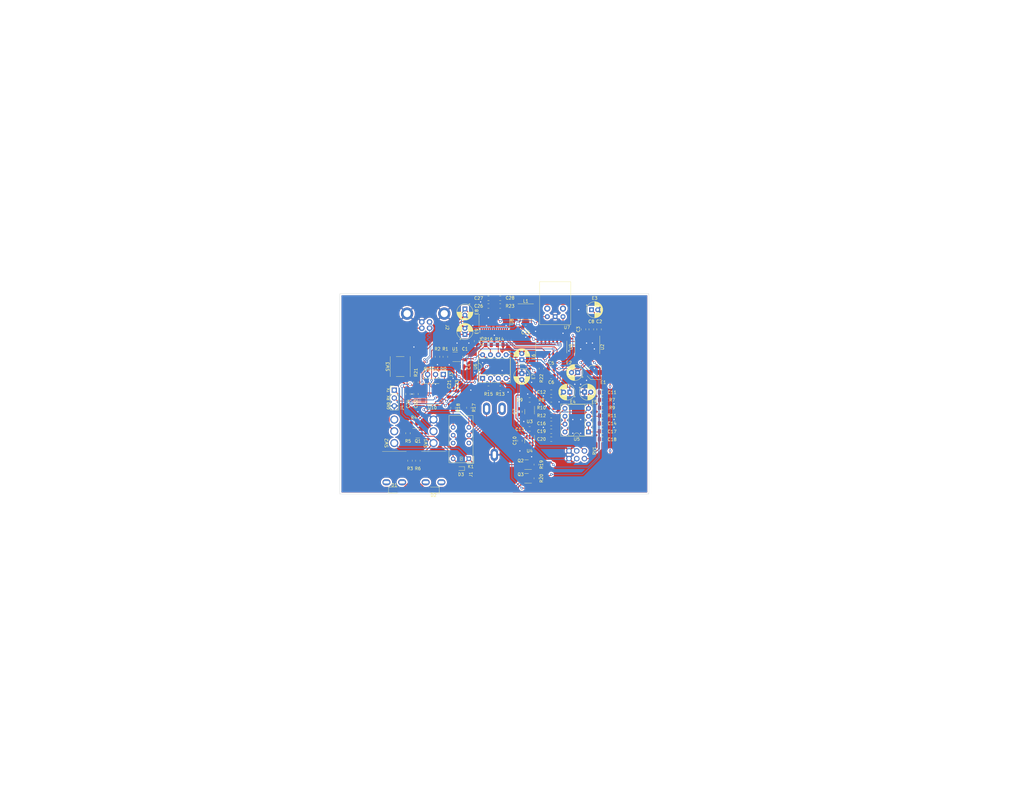
<source format=kicad_pcb>
(kicad_pcb (version 20210228) (generator pcbnew)
  (layers (0 "F.Cu" signal) (31 "B.Cu" signal) (34 "B.Paste" user) (35 "F.Paste" user) (36 "B.SilkS" user "B.Silkscreen") (37 "F.SilkS" user "F.Silkscreen") (38 "B.Mask" user) (39 "F.Mask" user) (44 "Edge.Cuts" user))
  (net 0 "")
  (net 1 "GND")
  (net 2 "+5V")
  (net 3 "+3V3")
  (net 4 "Net-(C7-Pad1)")
  (net 5 "Net-(C7-Pad2)")
  (net 6 "Net-(C8-Pad1)")
  (net 7 "-5V")
  (net 8 "Net-(C10-Pad1)")
  (net 9 "Net-(C12-Pad2)")
  (net 10 "DAC_OUT_L")
  (net 11 "Net-(C11-Pad2)")
  (net 12 "DAC_OUT_R")
  (net 13 "Net-(C14-Pad1)")
  (net 14 "Net-(C15-Pad1)")
  (net 15 "LP_OUT_L")
  (net 16 "Net-(C10-Pad2)")
  (net 17 "LP_OUT_R")
  (net 18 "Net-(C17-Pad1)")
  (net 19 "FILT")
  (net 20 "Net-(C16-Pad1)")
  (net 21 "Net-(D1-Pad2)")
  (net 22 "Net-(D2-Pad2)")
  (net 23 "Net-(D3-Pad2)")
  (net 24 "Net-(E1-Pad1)")
  (net 25 "Net-(E2-Pad2)")
  (net 26 "Net-(J1-PadR)")
  (net 27 "Net-(J1-PadT)")
  (net 28 "D+")
  (net 29 "D-")
  (net 30 "USB_PWR")
  (net 31 "SWCLK")
  (net 32 "SWDIO")
  (net 33 "RX")
  (net 34 "TX")
  (net 36 "L")
  (net 37 "R")
  (net 39 "Net-(Q1-Pad1)")
  (net 40 "Net-(R1-Pad2)")
  (net 41 "OUTPUT_EN")
  (net 42 "LED")
  (net 43 "Net-(R13-Pad2)")
  (net 44 "Net-(R14-Pad2)")
  (net 45 "Net-(R15-Pad2)")
  (net 46 "Net-(R16-Pad2)")
  (net 47 "NRST")
  (net 48 "Net-(RV1-Pad5)")
  (net 49 "Net-(RV1-Pad2)")
  (net 50 "INPUT_SELECT")
  (net 52 "DAC_RST")
  (net 54 "BMUTE")
  (net 55 "AMUTE")
  (net 58 "DAC_IN_LRCK")
  (net 59 "DAC_IN_SDIN")
  (net 60 "DAC_IN_SCLK")
  (net 62 "SPDIF_IN")
  (net 63 "Net-(C19-Pad1)")
  (net 64 "DIR_ERROR")
  (net 65 "SPDIF_RST")
  (net 66 "Net-(C28-Pad1)")
  (net 67 "Net-(Q2-Pad1)")
  (net 68 "Net-(Q3-Pad1)")
  (net 72 "SPDIF_DOUT")
  (net 73 "SPDIF_BCKO")
  (net 74 "SPDIF_LRCKO")
  (net 80 "USB_SDIN")
  (net 87 "USB_SCLK")
  (net 88 "USB_LRCK")
  (net 89 "I2S_SEL")
  (footprint "Package_TO_SOT_SMD:SOT-23-5" (layer "F.Cu") (at 125.735 91.44 180)
    (fp_text reference "U1")
    (fp_text value "AP7335")
  )
  (footprint "Resistor_SMD:R_0805_2012Metric" (layer "F.Cu") (at 140.335 101.6 180)
    (fp_text reference "R13")
    (fp_text value "1k")
  )
  (footprint "Package_SO:TSSOP-20_4.4x6.5mm_P0.65mm" (layer "F.Cu") (at 118.335 103.505)
    (fp_text reference "U10")
    (fp_text value "STM32F042F4Px")
  )
  (footprint "Capacitor_SMD:C_0805_2012Metric" (layer "F.Cu") (at 146.685 118.6125 90)
    (fp_text reference "C10")
    (fp_text value "1u")
  )
  (footprint "misc:M2012SA2W40" (layer "F.Cu") (at 118.745 132.08)
    (fp_text reference "SW1")
    (fp_text value "SW_SPDT")
  )
  (footprint "Capacitor_SMD:C_0805_2012Metric" (layer "F.Cu") (at 128.91 91.44 90)
    (fp_text reference "C1")
    (fp_text value "1u")
  )
  (footprint "Capacitor_SMD:C_0805_2012Metric" (layer "F.Cu") (at 126.365 103.505 -90)
    (fp_text reference "C23")
    (fp_text value "100n")
  )
  (footprint "Capacitor_SMD:C_0805_2012Metric" (layer "F.Cu") (at 110.49 103.51 -90)
    (fp_text reference "C24")
    (fp_text value "10n")
  )
  (footprint "misc:PTD902-2020K-A103" (layer "F.Cu") (at 165.1 124.42)
    (fp_text reference "RV1")
    (fp_text value "R_POT_Dual 10k")
  )
  (footprint "Capacitor_SMD:C_0805_2012Metric" (layer "F.Cu") (at 173.355 113.03)
    (fp_text reference "C14")
    (fp_text value "1n")
  )
  (footprint "Capacitor_SMD:C_0805_2012Metric" (layer "F.Cu") (at 156.845 118.11)
    (fp_text reference "C20")
    (fp_text value "1n")
  )
  (footprint "Capacitor_SMD:C_0805_2012Metric" (layer "F.Cu") (at 156.845 95.25 180)
    (fp_text reference "C5")
    (fp_text value "10u")
  )
  (footprint "Capacitor_SMD:C_0805_2012Metric" (layer "F.Cu") (at 172.35 82.55 90)
    (fp_text reference "C2")
    (fp_text value "100n")
  )
  (footprint "Capacitor_SMD:C_0805_2012Metric" (layer "F.Cu") (at 113.03 103.505 -90)
    (fp_text reference "C22")
    (fp_text value "1u")
  )
  (footprint "Resistor_SMD:R_0805_2012Metric" (layer "F.Cu") (at 136.525 101.6 180)
    (fp_text reference "R15")
    (fp_text value "1k")
  )
  (footprint "Connector_PinHeader_2.54mm:PinHeader_1x03_P2.54mm_Vertical" (layer "F.Cu") (at 106.045 102.25)
    (fp_text reference "J4")
    (fp_text value "Conn_01x03")
  )
  (footprint "misc:UJ2-BH-TH" (layer "F.Cu") (at 116.205 77.4475 180)
    (fp_text reference "J2")
    (fp_text value "USB_B")
  )
  (footprint "Capacitor_SMD:C_0805_2012Metric" (layer "F.Cu") (at 136.525 72.455 180)
    (fp_text reference "C27")
    (fp_text value "4n7")
  )
  (footprint "Resistor_SMD:R_0805_2012Metric" (layer "F.Cu") (at 173.355 105.41)
    (fp_text reference "R7")
    (fp_text value "100k")
  )
  (footprint "Resistor_SMD:R_0805_2012Metric" (layer "F.Cu") (at 140.335 74.995)
    (fp_text reference "R23")
    (fp_text value "680")
  )
  (footprint "Resistor_SMD:R_0805_2012Metric" (layer "F.Cu") (at 173.355 110.49 180)
    (fp_text reference "R11")
    (fp_text value "1k")
  )
  (footprint "Capacitor_SMD:C_0805_2012Metric" (layer "F.Cu") (at 156.845 113.03 180)
    (fp_text reference "C16")
    (fp_text value "1n")
  )
  (footprint "LED_SMD:LED_0805_2012Metric_Pad1.15x1.40mm_HandSolder" (layer "F.Cu") (at 118.745 134.62 180)
    (fp_text reference "D2")
    (fp_text value "LED")
  )
  (footprint "Resistor_SMD:R_0805_2012Metric" (layer "F.Cu") (at 140.335 87.63 180)
    (fp_text reference "R14")
    (fp_text value "1k")
  )
  (footprint "Inductor_SMD:L_Taiyo-Yuden_NR-50xx" (layer "F.Cu") (at 148.59 76.835)
    (fp_text reference "L1")
    (fp_text value "47u")
  )
  (footprint "Package_SO:SOIC-16_3.9x9.9mm_P1.27mm" (layer "F.Cu") (at 156.845 88.265 90)
    (fp_text reference "U9")
    (fp_text value "‎SN74LVC157ADR‎")
  )
  (footprint "Capacitor_SMD:C_0805_2012Metric" (layer "F.Cu") (at 173.355 115.57 180)
    (fp_text reference "C17")
    (fp_text value "1n")
  )
  (footprint "Capacitor_SMD:C_0805_2012Metric" (layer "F.Cu") (at 132.715 86.36 -90)
    (fp_text reference "C25")
    (fp_text value "100n")
  )
  (footprint "Package_DIP:DIP-8_W7.62mm_Socket" (layer "F.Cu") (at 168.91 115.78 180)
    (fp_text reference "U5")
    (fp_text value "LM4562")
  )
  (footprint "Capacitor_THT:CP_Radial_D5.0mm_P2.00mm" (layer "F.Cu") (at 128.905 84.205113 90)
    (fp_text reference "E9")
    (fp_text value "10u")
  )
  (footprint "Resistor_SMD:R_0805_2012Metric" (layer "F.Cu") (at 122.56 91.44 90)
    (fp_text reference "R1")
    (fp_text value "15k")
  )
  (footprint "Capacitor_SMD:CP_Elec_4x4.5" (layer "F.Cu") (at 170.815 96.52)
    (fp_text reference "E1")
    (fp_text value "3u3")
  )
  (footprint "Resistor_SMD:R_0805_2012Metric" (layer "F.Cu") (at 112.395 113.03 180)
    (fp_text reference "R4")
    (fp_text value "1k")
  )
  (footprint "Resistor_SMD:R_0805_2012Metric" (layer "F.Cu") (at 156.845 107.95 180)
    (fp_text reference "R10")
    (fp_text value "1k")
  )
  (footprint "Capacitor_SMD:C_0805_2012Metric" (layer "F.Cu") (at 149.86 114.8025)
    (fp_text reference "C13")
    (fp_text value "10u")
  )
  (footprint "Resistor_SMD:R_0805_2012Metric" (layer "F.Cu") (at 153.67 95.25 90)
    (fp_text reference "R22")
    (fp_text value "10k")
  )
  (footprint "Capacitor_THT:CP_Radial_D5.0mm_P2.00mm" (layer "F.Cu") (at 167.64 102.87)
    (fp_text reference "E5")
    (fp_text value "10u")
  )
  (footprint "Capacitor_SMD:C_0805_2012Metric" (layer "F.Cu") (at 136.525 74.995 180)
    (fp_text reference "C26")
    (fp_text value "100n")
  )
  (footprint "Capacitor_THT:CP_Radial_D5.0mm_P2.00mm" (layer "F.Cu") (at 162.880113 102.87 180)
    (fp_text reference "E4")
    (fp_text value "10u")
  )
  (footprint "Resistor_SMD:R_0805_2012Metric" (layer "F.Cu") (at 156.845 105.41 180)
    (fp_text reference "R8")
    (fp_text value "100k")
  )
  (footprint "Capacitor_SMD:C_0805_2012Metric" (layer "F.Cu") (at 127.635 94.615)
    (fp_text reference "C4")
    (fp_text value "1u")
  )
  (footprint "Relay_THT:Relay_DPDT_Kemet_EC2" (layer "F.Cu") (at 130.175 124.46 180)
    (fp_text reference "K1")
    (fp_text value "EC2-4.5NU")
  )
  (footprint "Capacitor_SMD:C_0805_2012Metric" (layer "F.Cu") (at 156.845 97.79 180)
    (fp_text reference "C6")
    (fp_text value "100n")
  )
  (footprint "Package_TO_SOT_SMD:SOT-23" (layer "F.Cu") (at 148.845 130.81 180)
    (fp_text reference "Q3")
    (fp_text value "MMBTA06")
  )
  (footprint "Capacitor_THT:CP_Radial_D5.0mm_P2.00mm" (layer "F.Cu") (at 147.32 96.834888 -90)
    (fp_text reference "E7")
    (fp_text value "10u")
  )
  (footprint "Package_TO_SOT_SMD:SOT-23" (layer "F.Cu") (at 148.845 126.365 180)
    (fp_text reference "Q2")
    (fp_text value "MMBTA06")
  )
  (footprint "Resistor_SMD:R_0805_2012Metric" (layer "F.Cu") (at 111.125 125.095 -90)
    (fp_text reference "R3")
    (fp_text value "1k")
  )
  (footprint "Package_DIP:DIP-8_W7.62mm_Socket" (layer "F.Cu") (at 134.63 98.415 90)
    (fp_text reference "U6")
    (fp_text value "LM4562")
  )
  (footprint "Package_TO_SOT_SMD:SOT-23" (layer "F.Cu") (at 113.665 116.205)
    (fp_text reference "Q1")
    (fp_text value "MMBTA06")
  )
  (footprint "Resistor_SMD:R_0805_2012Metric" (layer "F.Cu") (at 113.03 99.695 90)
    (fp_text reference "R21")
    (fp_text value "4k7")
  )
  (footprint "Capacitor_SMD:C_0805_2012Metric" (layer "F.Cu") (at 146.685 109.22 90)
    (fp_text reference "C7")
    (fp_text value "1u")
  )
  (footprint "Resistor_SMD:R_0805_2012Metric" (layer "F.Cu") (at 113.665 125.095 -90)
    (fp_text reference "R6")
    (fp_text value "1k")
  )
  (footprint "Package_TO_SOT_SMD:SOT-23-6" (layer "F.Cu") (at 149.86 109.22 -90)
    (fp_text reference "U3")
    (fp_text value "LTC1983")
  )
  (footprint "Capacitor_THT:CP_Radial_D5.0mm_P2.00mm" (layer "F.Cu") (at 169.894888 76.2)
    (fp_text reference "E3")
    (fp_text value "10u")
  )
  (footprint "Package_SO:TSSOP-28_4.4x9.7mm_P0.65mm" (layer "F.Cu") (at 138.43 80.075 90)
    (fp_text reference "U8")
    (fp_text value "DIR9001")
  )
  (footprint "Resistor_SMD:R_0805_2012Metric" (layer "F.Cu") (at 156.845 110.49)
    (fp_text reference "R12")
    (fp_text value "1k")
  )
  (footprint "Capacitor_THT:CP_Radial_D5.0mm_P2.00mm" (layer "F.Cu") (at 128.905 75.944888 -90)
    (fp_text reference "E8")
    (fp_text value "10u")
  )
  (footprint "Capacitor_SMD:C_0805_2012Metric" (layer "F.Cu") (at 156.845 102.87)
    (fp_text reference "C12")
    (fp_text value "10u")
  )
  (footprint "Capacitor_SMD:C_0805_2012Metric" (layer "F.Cu") (at 173.355 102.97 180)
    (fp_text reference "C11")
    (fp_text value "10u")
  )
  (footprint "LED_SMD:LED_0805_2012Metric_Pad1.15x1.40mm_HandSolder" (layer "F.Cu") (at 106.045 134.62)
    (fp_text reference "D1")
    (fp_text value "LED")
  )
  (footprint "Resistor_SMD:R_0805_2012Metric" (layer "F.Cu") (at 110.49 116.205 90)
    (fp_text reference "R5")
    (fp_text value "10k")
  )
  (footprint "Capacitor_SMD:C_0805_2012Metric" (layer "F.Cu") (at 169.81 82.55 90)
    (fp_text reference "C8")
    (fp_text value "100n")
  )
  (footprint "Capacitor_SMD:C_0805_2012Metric" (layer "F.Cu") (at 167.27 82.55 90)
    (fp_text reference "C3")
    (fp_text value "100n")
  )
  (footprint "Capacitor_SMD:C_0805_2012Metric" (layer "F.Cu") (at 149.86 105.41)
    (fp_text reference "C9")
    (fp_text value "10u")
  )
  (footprint "Capacitor_SMD:C_0805_2012Metric" (layer "F.Cu") (at 123.825 103.505 -90)
    (fp_text reference "C21")
    (fp_text value "4u7")
  )
  (footprint "Package_SO:TSSOP-24_4.4x7.8mm_P0.65mm" (layer "F.Cu") (at 168.54 88.265 -90)
    (fp_text reference "U2")
    (fp_text value "CS4350")
  )
  (footprint "misc:M2012SA2W40" (layer "F.Cu") (at 106.045 132.08)
    (fp_text reference "SW2")
    (fp_text value "SW_SPDT")
  )
  (footprint "Connector_PinHeader_2.54mm:PinHeader_1x03_P2.54mm_Vertical" (layer "F.Cu") (at 121.92 97.155 -90)
    (fp_text reference "J3")
    (fp_text value "Conn_01x03")
  )
  (footprint "Capacitor_SMD:C_0805_2012Metric" (layer "F.Cu") (at 140.335 72.455)
    (fp_text reference "C28")
    (fp_text value "68n")
  )
  (footprint "Resistor_SMD:R_0805_2012Metric" (layer "F.Cu") (at 152.02 130.81 -90)
    (fp_text reference "R20")
    (fp_text value "10k")
  )
  (footprint "Resistor_SMD:R_0805_2012Metric" (layer "F.Cu") (at 130.175 107.95 -90)
    (fp_text reference "R17")
    (fp_text value "68")
  )
  (footprint "Capacitor_SMD:C_0805_2012Metric" (layer "F.Cu") (at 156.845 115.57)
    (fp_text reference "C19")
    (fp_text value "1n")
  )
  (footprint "Package_TO_SOT_SMD:SOT-23-6" (layer "F.Cu") (at 149.86 118.6125 -90)
    (fp_text reference "U4")
    (fp_text value "LTC1983")
  )
  (footprint "Resistor_SMD:R_0805_2012Metric" (layer "F.Cu") (at 120.02 91.44 -90)
    (fp_text reference "R2")
    (fp_text value "4k7")
  )
  (footprint "misc:SJ-63053A" (layer "F.Cu") (at 138.43 108.2675 90)
    (fp_text reference "J1")
    (fp_text value "AudioJack3")
  )
  (footprint "Capacitor_THT:CP_Radial_D5.0mm_P2.00mm" (layer "F.Cu") (at 147.32 92.395113 90)
    (fp_text reference "E6")
    (fp_text value "10u")
  )
  (footprint "Capacitor_SMD:C_0805_2012Metric" (layer "F.Cu") (at 148.59 81.915 180)
    (fp_text reference "C15")
    (fp_text value "100n")
  )
  (footprint "Resistor_SMD:R_0805_2012Metric" (layer "F.Cu") (at 136.525 87.63 180)
    (fp_text reference "R16")
    (fp_text value "1k")
  )
  (footprint "Resistor_SMD:R_0805_2012Metric" (layer "F.Cu") (at 173.355 107.95)
    (fp_text reference "R9")
    (fp_text value "1k")
  )
  (footprint "Capacitor_THT:CP_Radial_D5.0mm_P2.00mm" (layer "F.Cu") (at 165.420113 96.52 180)
    (fp_text reference "E2")
    (fp_text value "10u")
  )
  (footprint "Button_Switch_SMD:SW_SPST_PTS645" (layer "F.Cu") (at 107.95 94.615 90)
    (fp_text reference "SW3")
    (fp_text value "SW_Push")
  )
  (footprint "Capacitor_SMD:C_0805_2012Metric" (layer "F.Cu") (at 173.355 118.11 180)
    (fp_text reference "C18")
    (fp_text value "1n")
  )
  (footprint "Diode_SMD:D_SOD-523" (layer "F.Cu") (at 127.635 127.635 180)
    (fp_text reference "D3")
    (fp_text value "D")
  )
  (footprint "Resistor_SMD:R_0805_2012Metric" (layer "F.Cu") (at 125.095 107.95 -90)
    (fp_text reference "R18")
    (fp_text value "68")
  )
  (footprint "misc:PLR135" (layer "F.Cu") (at 158.115 75.8125)
    (fp_text reference "U7")
    (fp_text value "PLR135")
  )
  (footprint "Resistor_SMD:R_0805_2012Metric" (layer "F.Cu") (at 152.02 126.365 -90)
    (fp_text reference "R19")
    (fp_text value "10k")
  )
  (gr_rect (start 188.43 135.89) (end 88.43 71) (layer "Edge.Cuts") (width 0.1) (fill none))
  (gr_text "TX" (at 104.14 102.235 90) (layer "F.SilkS") (effects (font (size 0.8 0.8))))
  (gr_text "RX" (at 104.14 104.775 90) (layer "F.SilkS") (effects (font (size 0.8 0.8))))
  (gr_text "GND" (at 116.84 95.25) (layer "F.SilkS") (effects (font (size 0.8 0.8))))
  (gr_text "GND" (at 104.14 107.315 90) (layer "F.SilkS") (effects (font (size 0.8 0.8))))
  (gr_text "CLK" (at 119.38 95.25) (layer "F.SilkS") (effects (font (size 0.8 0.8))))
  (gr_text "DIO" (at 121.92 95.25) (layer "F.SilkS") (effects (font (size 0.8 0.8))))
  (segment (start 137.455 83.675) (end 138.235 84.455) (width 0.25) (layer "F.Cu") (net 1))
  (segment (start 148.20678 112.395) (end 149.86 110.74178) (width 0.25) (layer "F.Cu") (net 1))
  (segment (start 112.08 103.505) (end 113.03 104.455) (width 0.25) (layer "F.Cu") (net 1))
  (segment (start 137.455 77.95) (end 137.455 77.2125) (width 0.25) (layer "F.Cu") (net 1))
  (segment (start 135.89 81.28) (end 137.16 81.28) (width 0.25) (layer "F.Cu") (net 1))
  (segment (start 168.865 91.1275) (end 168.865 90.39) (width 0.25) (layer "F.Cu") (net 1))
  (segment (start 126.8725 91.44) (end 127.96 91.44) (width 0.25) (layer "F.Cu") (net 1))
  (segment (start 148.3525 121.92) (end 146.685 121.92) (width 0.25) (layer "F.Cu") (net 1))
  (segment (start 136.665 78.74) (end 137.455 77.95) (width 0.25) (layer "F.Cu") (net 1))
  (segment (start 142.24 81.28) (end 139.065 81.28) (width 0.25) (layer "F.Cu") (net 1))
  (segment (start 123.2 103.83) (end 123.825 104.455) (width 0.25) (layer "F.Cu") (net 1))
  (segment (start 167.375 88.9) (end 166.37 88.9) (width 0.25) (layer "F.Cu") (net 1))
  (segment (start 138.755 84.13) (end 138.43 84.455) (width 0.25) (layer "F.Cu") (net 1))
  (segment (start 111.76 103.505) (end 112.08 103.505) (width 0.25) (layer "F.Cu") (net 1))
  (segment (start 111.445 103.505) (end 110.49 104.46) (width 0.25) (layer "F.Cu") (net 1))
  (segment (start 149.86 113.8525) (end 149.86 110.3575) (width 0.25) (layer "F.Cu") (net 1))
  (segment (start 138.755 81.59) (end 138.755 82.9375) (width 0.25) (layer "F.Cu") (net 1))
  (segment (start 168.865 90.39) (end 170.355 88.9) (width 0.25) (layer "F.Cu") (net 1))
  (segment (start 170.355 88.9) (end 170.815 88.9) (width 0.25) (layer "F.Cu") (net 1))
  (segment (start 168.215 86.935) (end 168.275 86.995) (width 0.25) (layer "F.Cu") (net 1))
  (segment (start 150.81 114.8025) (end 149.86 113.8525) (width 0.25) (layer "F.Cu") (net 1))
  (segment (start 149.86 120.4125) (end 148.3525 121.92) (width 0.25) (layer "F.Cu") (net 1))
  (segment (start 138.755 82.9375) (end 138.755 84.13) (width 0.25) (layer "F.Cu") (net 1))
  (segment (start 140.055 78.46) (end 140.335 78.74) (width 0.25) (layer "F.Cu") (net 1))
  (segment (start 170.165 85.4025) (end 170.165 86.98) (width 0.25) (layer "F.Cu") (net 1))
  (segment (start 121.1975 103.83) (end 123.2 103.83) (width 0.25) (layer "F.Cu") (net 1))
  (segment (start 137.455 81.575) (end 137.455 82.9375) (width 0.25) (layer "F.Cu") (net 1))
  (segment (start 172.085 96.52) (end 170.815 95.25) (width 0.25) (layer "F.Cu") (net 1))
  (segment (start 149.86 119.75) (end 149.86 120.4125) (width 0.25) (layer "F.Cu") (net 1))
  (segment (start 140.055 77.2125) (end 140.055 78.46) (width 0.25) (layer "F.Cu") (net 1))
  (segment (start 137.455 82.9375) (end 137.455 83.675) (width 0.25) (layer "F.Cu") (net 1))
  (segment (start 136.525 78.74) (end 136.665 78.74) (width 0.25) (layer "F.Cu") (net 1))
  (segment (start 137.16 81.28) (end 137.455 81.575) (width 0.25) (layer "F.Cu") (net 1))
  (segment (start 147.955 112.395) (end 148.20678 112.395) (width 0.25) (layer "F.Cu") (net 1))
  (segment (start 127.96 91.44) (end 128.91 90.49) (width 0.25) (layer "F.Cu") (net 1))
  (segment (start 138.235 84.455) (end 138.43 84.455) (width 0.25) (layer "F.Cu") (net 1))
  (segment (start 168.865 90.39) (end 167.375 88.9) (width 0.25) (layer "F.Cu") (net 1))
  (segment (start 111.76 103.505) (end 111.445 103.505) (width 0.25) (layer "F.Cu") (net 1))
  (segment (start 170.165 86.98) (end 170.18 86.995) (width 0.25) (layer "F.Cu") (net 1))
  (segment (start 168.215 85.4025) (end 168.215 86.935) (width 0.25) (layer "F.Cu") (net 1))
  (segment (start 139.065 81.28) (end 138.755 81.59) (width 0.25) (layer "F.Cu") (net 1))
  (via (at 148.59 85.09) (size 0.8) (drill 0.4) (layers "F.Cu" "B.Cu") (net 1))
  (via (at 146.685 121.92) (size 0.8) (drill 0.4) (layers "F.Cu" "B.Cu") (net 1))
  (via (at 168.275 99.06) (size 0.8) (drill 0.4) (layers "F.Cu" "B.Cu") (net 1))
  (via (at 151.765 83.185) (size 0.8) (drill 0.4) (layers "F.Cu" "B.Cu") (net 1))
  (via (at 166.37 116.205) (size 0.8) (drill 0.4) (layers "F.Cu" "B.Cu") (net 1))
  (via (at 160.655 83.82) (size 0.8) (drill 0.4) (layers "F.Cu" "B.Cu") (net 1))
  (via (at 162.56 89.535) (size 0.8) (drill 0.4) (layers "F.Cu" "B.Cu") (net 1))
  (via (at 135.89 81.28) (size 0.8) (drill 0.4) (layers "F.Cu" "B.Cu") (net 1))
  (via (at 120.015 93.98) (size 0.8) (drill 0.4) (layers "F.Cu" "B.Cu") (net 1))
  (via (at 144.78 90.17) (size 0.8) (drill 0.4) (layers "F.Cu" "B.Cu") (net 1))
  (via (at 130.175 86.995) (size 0.8) (drill 0.4) (layers "F.Cu" "B.Cu") (net 1))
  (via (at 140.335 78.74) (size 0.8) (drill 0.4) (layers "F.Cu" "B.Cu") (net 1))
  (via (at 165.735 76.2) (size 0.8) (drill 0.4) (layers "F.Cu" "B.Cu") (net 1))
  (via (at 149.225 103.505) (size 0.8) (drill 0.4) (layers "F.Cu" "B.Cu") (net 1))
  (via (at 164.465 100.33) (size 0.8) (drill 0.4) (layers "F.Cu" "B.Cu") (net 1))
  (via (at 113.665 109.22) (size 0.8) (drill 0.4) (layers "F.Cu" "B.Cu") (net 1))
  (via (at 123.825 93.98) (size 0.8) (drill 0.4) (layers "F.Cu" "B.Cu") (net 1))
  (via (at 140.97 95.885) (size 0.8) (drill 0.4) (layers "F.Cu" "B.Cu") (net 1))
  (via (at 126.365 86.995) (size 0.8) (drill 0.4) (layers "F.Cu" "B.Cu") (net 1))
  (via (at 133.985 73.66) (size 0.8) (drill 0.4) (layers "F.Cu" "B.Cu") (net 1))
  (via (at 136.525 78.74) (size 0.8) (drill 0.4) (layers "F.Cu" "B.Cu") (net 1))
  (via (at 149.225 90.17) (size 0.8) (drill 0.4) (layers "F.Cu" "B.Cu") (net 1))
  (via (at 177.165 114.3) (size 0.8) (drill 0.4) (layers "F.Cu" "B.Cu") (net 1))
  (via (at 170.815 88.9) (size 0.8) (drill 0.4) (layers "F.Cu" "B.Cu") (net 1))
  (via (at 166.37 111.76) (size 0.8) (drill 0.4) (layers "F.Cu" "B.Cu") (net 1))
  (via (at 150.495 123.825) (size 0.8) (drill 0.4) (layers "F.Cu" "B.Cu") (net 1))
  (via (at 131.445 81.28) (size 0.8) (drill 0.4) (layers "F.Cu" "B.Cu") (net 1))
  (via (at 147.955 112.395) (size 0.8) (drill 0.4) (layers "F.Cu" "B.Cu") (net 1))
  (via (at 142.875 102.87) (size 0.8) (drill 0.4) (layers "F.Cu" "B.Cu") (net 1))
  (via (at 150.495 99.695) (size 0.8) (drill 0.4) (layers "F.Cu" "B.Cu") (net 1))
  (via (at 163.83 116.205) (size 0.8) (drill 0.4) (layers "F.Cu" "B.Cu") (net 1))
  (via (at 166.37 88.9) (size 0.8) (drill 0.4) (layers "F.Cu" "B.Cu") (net 1))
  (via (at 112.395 88.265) (size 0.8) (drill 0.4) (layers "F.Cu" "B.Cu") (net 1))
  (via (at 111.76 103.505) (size 0.8) (drill 0.4) (layers "F.Cu" "B.Cu") (net 1))
  (via (at 154.305 114.3) (size 0.8) (drill 0.4) (layers "F.Cu" "B.Cu") (net 1))
  (via (at 125.095 98.425) (size 0.8) (drill 0.4) (layers "F.Cu" "B.Cu") (net 1))
  (via (at 177.165 106.68) (size 0.8) (drill 0.4) (layers "F.Cu" "B.Cu") (net 1))
  (via (at 159.385 106.045) (size 0.8) (drill 0.4) (layers "F.Cu" "B.Cu") (net 1))
  (via (at 154.305 104.14) (size 0.8) (drill 0.4) (layers "F.Cu" "B.Cu") (net 1))
  (via (at 142.24 81.28) (size 0.8) (drill 0.4) (layers "F.Cu" "B.Cu") (net 1))
  (via (at 170.815 95.25) (size 0.8) (drill 0.4) (layers "F.Cu" "B.Cu") (net 1))
  (via (at 177.165 111.76) (size 0.8) (drill 0.4) (layers "F.Cu" "B.Cu") (net 1))
  (via (at 119.38 100.33) (size 0.8) (drill 0.4) (layers "F.Cu" "B.Cu") (net 1))
  (via (at 163.83 111.76) (size 0.8) (drill 0.4) (layers "F.Cu" "B.Cu") (net 1))
  (via (at 153.035 106.68) (size 0.8) (drill 0.4) (layers "F.Cu" "B.Cu") (net 1))
  (via (at 170.18 86.995) (size 0.8) (drill 0.4) (layers "F.Cu" "B.Cu") (net 1))
  (via (at 130.81 102.235) (size 0.8) (drill 0.4) (layers "F.Cu" "B.Cu") (net 1))
  (via (at 149.225 97.155) (size 0.8) (drill 0.4) (layers "F.Cu" "B.Cu") (net 1))
  (via (at 166.37 100.33) (size 0.8) (drill 0.4) (layers "F.Cu" "B.Cu") (net 1))
  (via (at 134.62 93.345) (size 0.8) (drill 0.4) (layers "F.Cu" "B.Cu") (net 1))
  (via (at 168.275 86.995) (size 0.8) (drill 0.4) (layers "F.Cu" "B.Cu") (net 1))
  (via (at 138.43 84.455) (size 0.8) (drill 0.4) (layers "F.Cu" "B.Cu") (net 1))
  (via (at 132.08 96.52) (size 0.8) (drill 0.4) (layers "F.Cu" "B.Cu") (net 1))
  (segment (start 136.230113 92.395113) (end 134.63 90.795) (width 0.3) (layer "F.Cu") (net 2))
  (segment (start 151.66002 107.23248) (end 151.66002 96.41502) (width 0.3) (layer "F.Cu") (net 2))
  (segment (start 126.8725 92.39) (end 126.21 92.39) (width 0.3) (layer "F.Cu") (net 2))
  (segment (start 162.880113 114.189887) (end 161.29 115.78) (width 0.3) (layer "F.Cu") (net 2))
  (segment (start 126.05 90.49) (end 126.8725 90.49) (width 0.3) (layer "F.Cu") (net 2))
  (segment (start 151.66002 96.41502) (end 151.13 95.885) (width 0.3) (layer "F.Cu") (net 2))
  (segment (start 128.335 126.3) (end 130.175 124.46) (width 0.3) (layer "F.Cu") (net 2))
  (segment (start 162.880113 99.06) (end 165.420113 96.52) (width 0.3) (layer "F.Cu") (net 2))
  (segment (start 132.08 126.365) (end 130.175 124.46) (width 0.3) (layer "F.Cu") (net 2))
  (segment (start 150.81 117.475) (end 151.66002 116.62498) (width 0.3) (layer "F.Cu") (net 2))
  (segment (start 126.21 92.39) (end 125.85998 92.03998) (width 0.3) (layer "F.Cu") (net 2))
  (segment (start 128.335 127.635) (end 128.335 126.3) (width 0.3) (layer "F.Cu") (net 2))
  (segment (start 168.215 93.725113) (end 165.420113 96.52) (width 0.3) (layer "F.Cu") (net 2))
  (segment (start 162.880113 102.87) (end 162.880113 114.189887) (width 0.3) (layer "F.Cu") (net 2))
  (segment (start 157.795 95.25) (end 157.795 97.79) (width 0.3) (layer "F.Cu") (net 2))
  (segment (start 162.880113 102.87) (end 162.880113 99.06) (width 0.3) (layer "F.Cu") (net 2))
  (segment (start 125.85998 92.03998) (end 125.85998 90.68002) (width 0.3) (layer "F.Cu") (net 2))
  (segment (start 147.32 92.395113) (end 136.230113 92.395113) (width 0.3) (layer "F.Cu") (net 2))
  (segment (start 151.66002 111.20752) (end 150.81 110.3575) (width 0.3) (layer "F.Cu") (net 2))
  (segment (start 150.81 117.475) (end 150.81 119.75) (width 0.3) (layer "F.Cu") (net 2))
  (segment (start 157.795 95.25) (end 159.385 95.25) (width 0.3) (layer "F.Cu") (net 2))
  (segment (start 150.81 119.75) (end 150.81 120.4125) (width 0.3) (layer "F.Cu") (net 2))
  (segment (start 129.225 92.075) (end 132.08 92.075) (width 0.3) (layer "F.Cu") (net 2))
  (segment (start 150.81 108.0825) (end 151.66002 107.23248) (width 0.3) (layer "F.Cu") (net 2))
  (segment (start 150.81 108.0825) (end 150.81 110.3575) (width 0.3) (layer "F.Cu") (net 2))
  (segment (start 126.8725 92.39) (end 128.91 92.39) (width 0.3) (layer "F.Cu") (net 2))
  (segment (start 125.85998 90.68002) (end 126.05 90.49) (width 0.3) (layer "F.Cu") (net 2))
  (segment (start 150.81 120.4125) (end 144.8575 126.365) (width 0.3) (layer "F.Cu") (net 2))
  (segment (start 151.66002 116.62498) (end 151.66002 111.20752) (width 0.3) (layer "F.Cu") (net 2))
  (segment (start 144.8575 126.365) (end 132.08 126.365) (width 0.3) (layer "F.Cu") (net 2))
  (segment (start 168.215 91.1275) (end 168.215 93.725113) (width 0.3) (layer "F.Cu") (net 2))
  (via (at 132.08 92.075) (size 1) (drill 0.7) (layers "F.Cu" "B.Cu") (net 2))
  (via (at 151.13 95.885) (size 1) (drill 0.7) (layers "F.Cu" "B.Cu") (net 2))
  (via (at 159.385 95.25) (size 1) (drill 0.7) (layers "F.Cu" "B.Cu") (net 2))
  (segment (start 159.385 95.25) (end 164.150113 95.25) (width 0.3) (layer "B.Cu") (net 2))
  (segment (start 107.695011 121.030011) (end 126.745011 121.030011) (width 0.3) (layer "B.Cu") (net 2))
  (segment (start 162.880113 101.77) (end 153.505226 92.395113) (width 0.3) (layer "B.Cu") (net 2))
  (segment (start 133.36 90.795) (end 134.63 90.795) (width 0.3) (layer "B.Cu") (net 2))
  (segment (start 164.150113 95.25) (end 165.420113 96.52) (width 0.3) (layer "B.Cu") (net 2))
  (segment (start 133.36 90.795) (end 132.08 92.075) (width 0.3) (layer "B.Cu") (net 2))
  (segment (start 151.13 95.885) (end 147.640113 92.395113) (width 0.3) (layer "B.Cu") (net 2))
  (segment (start 147.32 92.395113) (end 153.505226 92.395113) (width 0.3) (layer "B.Cu") (net 2))
  (segment (start 162.880113 102.87) (end 162.880113 101.77) (width 0.3) (layer "B.Cu") (net 2))
  (segment (start 126.745011 121.030011) (end 130.175 124.46) (width 0.3) (layer "B.Cu") (net 2))
  (segment (start 106.045 119.38) (end 107.695011 121.030011) (width 0.3) (layer "B.Cu") (net 2))
  (segment (start 151.195 85.79) (end 151.13 85.725) (width 0.3) (layer "F.Cu") (net 3))
  (segment (start 137.475 74.995) (end 136.805 75.665) (width 0.3) (layer "F.Cu") (net 3))
  (segment (start 167.01498 86.226406) (end 167.278594 86.49002) (width 0.3) (layer "F.Cu") (net 3))
  (segment (start 169.16498 87.215037) (end 168.635006 87.745011) (width 0.3) (layer "F.Cu") (net 3))
  (segment (start 146.05 80.645) (end 146.79 79.905) (width 0.3) (layer "F.Cu") (net 3))
  (segment (start 167.27 83.5) (end 166.19498 82.42498) (width 0.3) (layer "F.Cu") (net 3))
  (segment (start 126.685 94.615) (end 124.5975 92.5275) (width 0.3) (layer "F.Cu") (net 3))
  (segment (start 123.825 102.555) (end 123.2 103.18) (width 0.3) (layer "F.Cu") (net 3))
  (segment (start 128.905 84.205113) (end 124.781329 84.205113) (width 0.3) (layer "F.Cu") (net 3))
  (segment (start 136.805 75.665) (end 136.805 77.2125) (width 0.3) (layer "F.Cu") (net 3))
  (segment (start 171.625 83.5) (end 170.815 84.31) (width 0.3) (layer "F.Cu") (net 3))
  (segment (start 111.4025 100.6075) (end 111.125 100.33) (width 0.3) (layer "F.Cu") (net 3))
  (segment (start 170.815 86.14) (end 170.930011 86.255011) (width 0.3) (layer "F.Cu") (net 3))
  (segment (start 113.03 102.555) (end 113.655 103.18) (width 0.3) (layer "F.Cu") (net 3))
  (segment (start 168.635006 87.745011) (end 167.914994 87.745011) (width 0.3) (layer "F.Cu") (net 3))
  (segment (start 123.2 103.18) (end 121.1975 103.18) (width 0.3) (layer "F.Cu") (net 3))
  (segment (start 113.03 100.6075) (end 111.4025 100.6075) (width 0.3) (layer "F.Cu") (net 3))
  (segment (start 169.16498 87.089997) (end 169.16498 86.49002) (width 0.3) (layer "F.Cu") (net 3))
  (segment (start 128.905 84.205113) (end 131.510113 84.205113) (width 0.3) (layer "F.Cu") (net 3))
  (segment (start 124.78 92.5725) (end 124.5975 92.39) (width 0.3) (layer "F.Cu") (net 3))
  (segment (start 169.16498 86.49002) (end 169.515 86.14) (width 0.3) (layer "F.Cu") (net 3))
  (segment (start 169.819994 87.745011) (end 169.16498 87.089997) (width 0.3) (layer "F.Cu") (net 3))
  (segment (start 152.4 85.79) (end 151.195 85.79) (width 0.3) (layer "F.Cu") (net 3))
  (segment (start 110.49 102.56) (end 113.025 102.56) (width 0.3) (layer "F.Cu") (net 3))
  (segment (start 108.585 100.965) (end 108.895 100.965) (width 0.3) (layer "F.Cu") (net 3))
  (segment (start 113.665 124.1825) (end 111.125 124.1825) (width 0.3) (layer "F.Cu") (net 3))
  (segment (start 169.515 86.14) (end 169.515 85.4025) (width 0.3) (layer "F.Cu") (net 3))
  (segment (start 126.685 94.615) (end 126.189148 95.110852) (width 0.3) (layer "F.Cu") (net 3))
  (segment (start 172.35 83.5) (end 171.625 83.5) (width 0.3) (layer "F.Cu") (net 3))
  (segment (start 166.19498 82.42498) (end 166.19498 78.56498) (width 0.3) (layer "F.Cu") (net 3))
  (segment (start 124.5975 92.39) (end 122.5975 92.39) (width 0.3) (layer "F.Cu") (net 3))
  (segment (start 169.16498 87.089997) (end 169.16498 87.215037) (width 0.3) (layer "F.Cu") (net 3))
  (segment (start 167.278594 87.108611) (end 167.278594 86.49002) (width 0.3) (layer "F.Cu") (net 3))
  (segment (start 146.79 76.835) (end 149.162511 74.462489) (width 0.3) (layer "F.Cu") (net 3))
  (segment (start 170.815 85.4025) (end 170.815 86.14) (width 0.3) (layer "F.Cu") (net 3))
  (segment (start 146.79 79.905) (end 146.79 76.835) (width 0.3) (layer "F.Cu") (net 3))
  (segment (start 136.805 77.2125) (end 136.155 77.2125) (width 0.3) (layer "F.Cu") (net 3))
  (segment (start 135.07 85.41) (end 132.715 85.41) (width 0.3) (layer "F.Cu") (net 3))
  (segment (start 118.96998 90.016462) (end 118.96998 91.038538) (width 0.3) (layer "F.Cu") (net 3))
  (segment (start 121.33498 91.48998) (end 122.1975 92.3525) (width 0.3) (layer "F.Cu") (net 3))
  (segment (start 108.895 100.965) (end 110.49 102.56) (width 0.3) (layer "F.Cu") (net 3))
  (segment (start 136.155 77.2125) (end 135.505 77.2125) (width 0.3) (layer "F.Cu") (net 3))
  (segment (start 126.189148 95.110852) (end 126.189148 102.379148) (width 0.3) (layer "F.Cu") (net 3))
  (segment (start 126.365 102.555) (end 123.825 102.555) (width 0.3) (layer "F.Cu") (net 3))
  (segment (start 167.01498 85.46998) (end 167.01498 86.226406) (width 0.3) (layer "F.Cu") (net 3))
  (segment (start 170.815 84.31) (end 170.815 85.4025) (width 0.3) (layer "F.Cu") (net 3))
  (segment (start 113.655 103.18) (end 115.4725 103.18) (width 0.3) (layer "F.Cu") (net 3))
  (segment (start 166.915 83.855) (end 166.915 85.4025) (width 0.3) (layer "F.Cu") (net 3))
  (segment (start 131.510113 84.205113) (end 132.715 85.41) (width 0.3) (layer "F.Cu") (net 3))
  (segment (start 162.092489 74.462489) (end 149.162511 74.462489) (width 0.3) (layer "F.Cu") (net 3))
  (segment (start 131.260132 78.30002) (end 135.141406 78.30002) (width 0.3) (layer "F.Cu") (net 3))
  (segment (start 166.19498 78.56498) (end 162.092489 74.462489) (width 0.3) (layer "F.Cu") (net 3))
  (segment (start 119.421422 91.48998) (end 121.33498 91.48998) (width 0.3) (layer "F.Cu") (net 3))
  (segment (start 170.699989 87.745011) (end 169.819994 87.745011) (width 0.3) (layer "F.Cu") (net 3))
  (segment (start 135.141406 78.30002) (end 135.505 77.936426) (width 0.3) (layer "F.Cu") (net 3))
  (segment (start 136.805 82.9375) (end 136.805 83.675) (width 0.3) (layer "F.Cu") (net 3))
  (segment (start 170.930011 86.255011) (end 170.930011 87.514989) (width 0.3) (layer "F.Cu") (net 3))
  (segment (start 167.914994 87.745011) (end 167.278594 87.108611) (width 0.3) (layer "F.Cu") (net 3))
  (segment (start 170.930011 87.514989) (end 170.699989 87.745011) (width 0.3) (layer "F.Cu") (net 3))
  (segment (start 136.805 83.675) (end 135.07 85.41) (width 0.3) (layer "F.Cu") (net 3))
  (segment (start 118.96998 91.038538) (end 119.421422 91.48998) (width 0.3) (layer "F.Cu") (net 3))
  (segment (start 115.4725 103.18) (end 121.1975 103.18) (width 0.3) (layer "F.Cu") (net 3))
  (segment (start 128.905 75.944888) (end 131.260132 78.30002) (width 0.3) (layer "F.Cu") (net 3))
  (segment (start 113.9425 124.1825) (end 118.745 119.38) (width 0.3) (layer "F.Cu") (net 3))
  (segment (start 135.505 77.936426) (end 135.505 77.2125) (width 0.3) (layer "F.Cu") (net 3))
  (segment (start 166.9475 85.4025) (end 167.01498 85.46998) (width 0.3) (layer "F.Cu") (net 3))
  (segment (start 124.781329 84.205113) (end 118.96998 90.016462) (width 0.3) (layer "F.Cu") (net 3))
  (via (at 151.13 85.725) (size 1) (drill 0.7) (layers "F.Cu" "B.Cu") (net 3))
  (via (at 108.585 100.965) (size 1) (drill 0.7) (layers "F.Cu" "B.Cu") (net 3))
  (via (at 111.125 100.33) (size 1) (drill 0.7) (layers "F.Cu" "B.Cu") (net 3))
  (via (at 146.05 80.645) (size 1) (drill 0.7) (layers "F.Cu" "B.Cu") (net 3))
  (segment (start 146.05 80.645) (end 144.664989 82.030011) (width 0.3) (layer "B.Cu") (net 3))
  (segment (start 109.855 111.125) (end 108.585 109.855) (width 0.3) (layer "B.Cu") (net 3))
  (segment (start 144.664989 82.030011) (end 131.080102 82.030011) (width 0.3) (layer "B.Cu") (net 3))
  (segment (start 131.080102 82.030011) (end 128.905 84.205113) (width 0.3) (layer "B.Cu") (net 3))
  (segment (start 111.125 100.33) (end 109.22 100.33) (width 0.3) (layer "B.Cu") (net 3))
  (segment (start 118.745 119.38) (end 110.49 111.125) (width 0.3) (layer "B.Cu") (net 3))
  (segment (start 109.22 100.33) (end 108.585 100.965) (width 0.3) (layer "B.Cu") (net 3))
  (segment (start 110.49 111.125) (end 109.855 111.125) (width 0.3) (layer "B.Cu") (net 3))
  (segment (start 127.754989 77.350011) (end 128.905 76.2) (width 0.3) (layer "B.Cu") (net 3))
  (segment (start 127.754989 83.055102) (end 127.754989 77.350011) (width 0.3) (layer "B.Cu") (net 3))
  (segment (start 151.13 85.725) (end 146.05 80.645) (width 0.3) (layer "B.Cu") (net 3))
  (segment (start 108.585 109.855) (end 108.585 100.965) (width 0.3) (layer "B.Cu") (net 3))
  (segment (start 128.905 84.205113) (end 127.754989 83.055102) (width 0.3) (layer "B.Cu") (net 3))
  (segment (start 148.91 110.3575) (end 146.8725 110.3575) (width 0.25) (layer "F.Cu") (net 4))
  (segment (start 146.685 108.27) (end 148.7225 108.27) (width 0.25) (layer "F.Cu") (net 5))
  (segment (start 148.7225 108.27) (end 148.91 108.0825) (width 0.25) (layer "F.Cu") (net 5))
  (segment (start 170.86002 77.165132) (end 169.894888 76.2) (width 0.25) (layer "F.Cu") (net 6))
  (segment (start 169.81 83.5) (end 168.865 84.445) (width 0.25) (layer "F.Cu") (net 6))
  (segment (start 168.865 84.445) (end 168.865 85.4025) (width 0.25) (layer "F.Cu") (net 6))
  (segment (start 170.86002 82.44998) (end 170.86002 77.165132) (width 0.25) (layer "F.Cu") (net 6))
  (segment (start 170.86002 82.44998) (end 169.81 83.5) (width 0.25) (layer "F.Cu") (net 6))
  (segment (start 149.86 106.36) (end 149.86 108.0825) (width 0.3) (layer "F.Cu") (net 7))
  (segment (start 168.91 103.6) (end 169.64 102.87) (width 0.3) (layer "F.Cu") (net 7))
  (segment (start 145.415 104.14) (end 145.415 111.3075) (width 0.3) (layer "F.Cu") (net 7))
  (segment (start 147.32 98.834888) (end 147.32 103.82) (width 0.3) (layer "F.Cu") (net 7))
  (segment (start 148.91 105.41) (end 149.86 106.36) (width 0.3) (layer "F.Cu") (net 7))
  (segment (start 145.735 103.82) (end 145.415 104.14) (width 0.3) (layer "F.Cu") (net 7))
  (segment (start 147.32 103.82) (end 145.735 103.82) (width 0.3) (layer "F.Cu") (net 7))
  (segment (start 145.415 111.3075) (end 148.91 114.8025) (width 0.3) (layer "F.Cu") (net 7))
  (segment (start 149.86 117.475) (end 149.86 115.7525) (width 0.3) (layer "F.Cu") (net 7))
  (segment (start 149.86 115.7525) (end 148.91 114.8025) (width 0.3) (layer "F.Cu") (net 7))
  (segment (start 142.25 98.415) (end 146.900112 98.415) (width 0.3) (layer "F.Cu") (net 7))
  (segment (start 147.32 103.82) (end 148.91 105.41) (width 0.3) (layer "F.Cu") (net 7))
  (segment (start 168.91 108.16) (end 168.91 103.6) (width 0.3) (layer "F.Cu") (net 7))
  (segment (start 168.91 108.16) (end 167.759989 109.310011) (width 0.3) (layer "B.Cu") (net 7))
  (segment (start 167.759989 109.310011) (end 157.795123 109.310011) (width 0.3) (layer "B.Cu") (net 7))
  (segment (start 157.795123 109.310011) (end 147.32 98.834888) (width 0.3) (layer "B.Cu") (net 7))
  (segment (start 148.91 119.75) (end 146.8725 119.75) (width 0.25) (layer "F.Cu") (net 8))
  (segment (start 157.795 102.87) (end 157.795 107.9125) (width 0.25) (layer "F.Cu") (net 9))
  (segment (start 166.265 91.865) (end 165.42 92.71) (width 0.25) (layer "F.Cu") (net 10))
  (segment (start 159.755102 96.784898) (end 159.755102 99.009898) (width 0.25) (layer "F.Cu") (net 10))
  (segment (start 159.755102 99.009898) (end 155.895 102.87) (width 0.25) (layer "F.Cu") (net 10))
  (segment (start 163.83 92.71) (end 159.755102 96.784898) (width 0.25) (layer "F.Cu") (net 10))
  (segment (start 165.42 92.71) (end 163.83 92.71) (width 0.25) (layer "F.Cu") (net 10))
  (segment (start 166.265 91.1275) (end 166.265 91.865) (width 0.25) (layer "F.Cu") (net 10))
  (segment (start 172.4425 105.41) (end 172.4425 103.0075) (width 0.25) (layer "F.Cu") (net 11))
  (segment (start 172.4425 107.95) (end 172.4425 105.41) (width 0.25) (layer "F.Cu") (net 11))
  (segment (start 170.815 92.075) (end 170.815 91.1275) (width 0.25) (layer "F.Cu") (net 12))
  (segment (start 174.305 102.97) (end 174.305 95.565) (width 0.25) (layer "F.Cu") (net 12))
  (segment (start 174.305 95.565) (end 170.815 92.075) (width 0.25) (layer "F.Cu") (net 12))
  (segment (start 168.91 110.7) (end 172.2325 110.7) (width 0.25) (layer "F.Cu") (net 13))
  (segment (start 172.4425 110.49) (end 172.4425 112.9925) (width 0.25) (layer "F.Cu") (net 13))
  (segment (start 150.39 76.835) (end 150.39 81.065) (width 0.25) (layer "F.Cu") (net 14))
  (segment (start 150.39 81.065) (end 149.54 81.915) (width 0.25) (layer "F.Cu") (net 14))
  (segment (start 149.54 81.915) (end 159.1725 81.915) (width 0.25) (layer "F.Cu") (net 14))
  (segment (start 160.655 78.4325) (end 160.655 80.4325) (width 0.25) (layer "F.Cu") (net 14))
  (segment (start 160.655 80.4325) (end 159.1725 81.915) (width 0.25) (layer "F.Cu") (net 14))
  (segment (start 161.29 113.24) (end 161.29 110.7) (width 0.25) (layer "F.Cu") (net 15))
  (segment (start 157.795 118.11) (end 163.79 118.11) (width 0.25) (layer "F.Cu") (net 15))
  (segment (start 163.79 118.11) (end 167.6 121.92) (width 0.25) (layer "F.Cu") (net 15))
  (segment (start 157.795 115.57) (end 160.125 113.24) (width 0.25) (layer "F.Cu") (net 15))
  (segment (start 157.795 118.11) (end 157.795 115.57) (width 0.25) (layer "F.Cu") (net 15))
  (segment (start 160.125 113.24) (end 161.29 113.24) (width 0.25) (layer "F.Cu") (net 15))
  (segment (start 146.685 117.6625) (end 148.7225 117.6625) (width 0.25) (layer "F.Cu") (net 16))
  (segment (start 148.7225 117.6625) (end 148.91 117.475) (width 0.25) (layer "F.Cu") (net 16))
  (segment (start 169.1005 124.42) (end 172.405 121.1155) (width 0.25) (layer "F.Cu") (net 17))
  (segment (start 167.6 124.42) (end 169.1005 124.42) (width 0.25) (layer "F.Cu") (net 17))
  (segment (start 168.91 113.24) (end 168.91 115.78) (width 0.25) (layer "F.Cu") (net 17))
  (segment (start 172.405 115.57) (end 172.405 118.11) (width 0.25) (layer "F.Cu") (net 17))
  (segment (start 172.405 118.11) (end 172.405 121.1155) (width 0.25) (layer "F.Cu") (net 17))
  (segment (start 168.91 115.78) (end 172.195 115.78) (width 0.25) (layer "F.Cu") (net 17))
  (segment (start 173.47998 111.27752) (end 174.2675 110.49) (width 0.25) (layer "F.Cu") (net 18))
  (segment (start 173.47998 114.74498) (end 173.47998 111.27752) (width 0.25) (layer "F.Cu") (net 18))
  (segment (start 174.2675 110.49) (end 174.2675 107.95) (width 0.25) (layer "F.Cu") (net 18))
  (segment (start 174.305 115.57) (end 173.47998 114.74498) (width 0.25) (layer "F.Cu") (net 18))
  (segment (start 174.305 118.11) (end 174.305 115.57) (width 0.25) (layer "F.Cu") (net 18))
  (segment (start 139.4225 74.4025) (end 139.4225 74.995) (width 0.25) (layer "F.Cu") (net 19))
  (segment (start 138.105 76.3125) (end 138.105 77.2125) (width 0.25) (layer "F.Cu") (net 19))
  (segment (start 137.475 72.455) (end 139.4225 74.4025) (width 0.25) (layer "F.Cu") (net 19))
  (segment (start 139.4225 74.995) (end 138.105 76.3125) (width 0.25) (layer "F.Cu") (net 19))
  (segment (start 157.7575 110.49) (end 158.96 110.49) (width 0.25) (layer "F.Cu") (net 20))
  (segment (start 157.7575 110.49) (end 157.7575 112.9925) (width 0.25) (layer "F.Cu") (net 20))
  (segment (start 158.96 110.49) (end 161.29 108.16) (width 0.25) (layer "F.Cu") (net 20))
  (segment (start 107.6175 133.985) (end 108.853861 133.985) (width 0.25) (layer "F.Cu") (net 21))
  (segment (start 111.125 131.713861) (end 108.853861 133.985) (width 0.25) (layer "F.Cu") (net 21))
  (segment (start 111.125 126.0075) (end 111.125 131.713861) (width 0.25) (layer "F.Cu") (net 21))
  (segment (start 106.9825 134.62) (end 107.6175 133.985) (width 0.25) (layer "F.Cu") (net 21))
  (segment (start 113.665 126.0075) (end 113.665 131.713861) (width 0.25) (layer "F.Cu") (net 22))
  (segment (start 116.571139 134.62) (end 117.8075 134.62) (width 0.25) (layer "F.Cu") (net 22))
  (segment (start 113.665 131.713861) (end 116.571139 134.62) (width 0.25) (layer "F.Cu") (net 22))
  (segment (start 125.095 123.324983) (end 118.965028 117.195011) (width 0.25) (layer "F.Cu") (net 23))
  (segment (start 125.095 124.46) (end 125.095 123.324983) (width 0.25) (layer "F.Cu") (net 23))
  (segment (start 115.592511 117.195011) (end 114.6025 116.205) (width 0.25) (layer "F.Cu") (net 23))
  (segment (start 118.965028 117.195011) (end 115.592511 117.195011) (width 0.25) (layer "F.Cu") (net 23))
  (segment (start 126.935 126.3) (end 125.095 124.46) (width 0.25) (layer "F.Cu") (net 23))
  (segment (start 126.935 127.635) (end 126.935 126.3) (width 0.25) (layer "F.Cu") (net 23))
  (segment (start 169.515 96.02) (end 169.515 91.1275) (width 0.25) (layer "F.Cu") (net 24))
  (segment (start 167.565 91.1275) (end 167.565 93.42) (width 0.25) (layer "F.Cu") (net 25))
  (segment (start 167.565 93.42) (end 165.735 95.25) (width 0.25) (layer "F.Cu") (net 25))
  (segment (start 165.735 95.25) (end 164.465 95.25) (width 0.25) (layer "F.Cu") (net 25))
  (segment (start 164.465 95.25) (end 163.420113 96.294887) (width 0.25) (layer "F.Cu") (net 25))
  (segment (start 135.93 111.085) (end 135.93 108.2675) (width 0.25) (layer "F.Cu") (net 26))
  (segment (start 130.175 116.84) (end 135.93 111.085) (width 0.25) (layer "F.Cu") (net 26))
  (segment (start 125.095 116.84) (end 126.170011 117.915011) (width 0.25) (layer "F.Cu") (net 27))
  (segment (start 126.170011 117.915011) (end 131.282489 117.915011) (width 0.25) (layer "F.Cu") (net 27))
  (segment (start 131.282489 117.915011) (end 140.93 108.2675) (width 0.25) (layer "F.Cu") (net 27))
  (segment (start 119.458199 101.979999) (end 121.097501 101.979999) (width 0.2) (layer "F.Cu") (net 28))
  (segment (start 119.458199 101.979999) (end 115.839144 98.360944) (width 0.2) (layer "F.Cu") (net 28))
  (segment (start 116.151967 93.081232) (end 116.576232 93.081232) (width 0.2) (layer "F.Cu") (net 28))
  (segment (start 115.389989 96.458994) (end 115.839144 96.009839) (width 0.2) (layer "F.Cu") (net 28))
  (segment (start 115.839144 96.009839) (end 115.839144 93.394055) (width 0.2) (layer "F.Cu") (net 28))
  (segment (start 115.839144 98.300161) (end 115.389989 97.851006) (width 0.2) (layer "F.Cu") (net 28))
  (segment (start 115.839144 93.394055) (end 116.151967 93.081232) (width 0.2) (layer "F.Cu") (net 28))
  (segment (start 115.839144 98.360944) (end 115.839144 98.300161) (width 0.2) (layer "F.Cu") (net 28))
  (segment (start 115.389989 97.851006) (end 115.389989 96.458994) (width 0.2) (layer "F.Cu") (net 28))
  (via (at 116.576232 93.081232) (size 0.8) (drill 0.4) (layers "F.Cu" "B.Cu") (net 28))
  (segment (start 118.655011 81.581494) (end 117.905 80.831483) (width 0.2) (layer "B.Cu") (net 28))
  (segment (start 117.905 91.328199) (end 117.905 83.483517) (width 0.2) (layer "B.Cu") (net 28))
  (segment (start 116.576232 93.081232) (end 116.576232 92.656967) (width 0.2) (layer "B.Cu") (net 28))
  (segment (start 118.655011 82.733506) (end 118.655011 81.581494) (width 0.2) (layer "B.Cu") (net 28))
  (segment (start 116.576232 92.656967) (end 117.905 91.328199) (width 0.2) (layer "B.Cu") (net 28))
  (segment (start 117.905 83.483517) (end 118.655011 82.733506) (width 0.2) (layer "B.Cu") (net 28))
  (segment (start 117.905 80.831483) (end 117.905 80.6075) (width 0.2) (layer "B.Cu") (net 28))
  (segment (start 114.939998 98.037398) (end 114.939998 96.272601) (width 0.2) (layer "F.Cu") (net 29))
  (segment (start 115.389142 98.547342) (end 115.389142 98.486543) (width 0.2) (layer "F.Cu") (net 29))
  (segment (start 121.097501 102.430001) (end 119.271801 102.430001) (width 0.2) (layer "F.Cu") (net 29))
  (segment (start 115.389142 98.486543) (end 114.939998 98.037398) (width 0.2) (layer "F.Cu") (net 29))
  (segment (start 119.271801 102.430001) (end 115.389142 98.547342) (width 0.2) (layer "F.Cu") (net 29))
  (segment (start 115.389142 95.823457) (end 115.389142 93.207659) (width 0.2) (layer "F.Cu") (net 29))
  (segment (start 115.833768 92.763033) (end 115.833768 92.338768) (width 0.2) (layer "F.Cu") (net 29))
  (segment (start 115.389142 93.207659) (end 115.833768 92.763033) (width 0.2) (layer "F.Cu") (net 29))
  (segment (start 114.939998 96.272601) (end 115.389142 95.823457) (width 0.2) (layer "F.Cu") (net 29))
  (via (at 115.833768 92.338768) (size 0.8) (drill 0.4) (layers "F.Cu" "B.Cu") (net 29))
  (segment (start 117.447479 84.006756) (end 117.455 83.94) (width 0.2) (layer "B.Cu") (net 29))
  (segment (start 117.342047 86.10545) (end 117.285166 86.069709) (width 0.2) (layer "B.Cu") (net 29))
  (segment (start 116.258033 92.338768) (end 117.455 91.141801) (width 0.2) (layer "B.Cu") (net 29))
  (segment (start 117.38955 84.127046) (end 117.425291 84.070165) (width 0.2) (layer "B.Cu") (net 29))
  (segment (start 116.979956 86.04) (end 116.9132 86.032478) (width 0.2) (layer "B.Cu") (net 29))
  (segment (start 117.285166 85.41029) (end 117.342047 85.374549) (width 0.2) (layer "B.Cu") (net 29))
  (segment (start 116.687478 84.606756) (end 116.679956 84.54) (width 0.2) (layer "B.Cu") (net 29))
  (segment (start 117.38955 85.327046) (end 117.425291 85.270165) (width 0.2) (layer "B.Cu") (net 29))
  (segment (start 116.745407 85.552953) (end 116.79291 85.50545) (width 0.2) (layer "B.Cu") (net 29))
  (segment (start 116.79291 85.50545) (end 116.849791 85.469709) (width 0.2) (layer "B.Cu") (net 29))
  (segment (start 117.38955 84.952953) (end 117.342047 84.90545) (width 0.2) (layer "B.Cu") (net 29))
  (segment (start 116.687478 85.806756) (end 116.679956 85.74) (width 0.2) (layer "B.Cu") (net 29))
  (segment (start 117.342047 85.374549) (end 117.38955 85.327046) (width 0.2) (layer "B.Cu") (net 29))
  (segment (start 116.709666 84.670165) (end 116.687478 84.606756) (width 0.2) (layer "B.Cu") (net 29))
  (segment (start 116.679956 84.54) (end 116.687478 84.473243) (width 0.2) (layer "B.Cu") (net 29))
  (segment (start 116.849791 86.01029) (end 116.79291 85.974549) (width 0.2) (layer "B.Cu") (net 29))
  (segment (start 117.221757 86.047521) (end 117.155 86.04) (width 0.2) (layer "B.Cu") (net 29))
  (segment (start 116.79291 84.774549) (end 116.745407 84.727046) (width 0.2) (layer "B.Cu") (net 29))
  (segment (start 117.455 83.94) (end 117.455 82.1575) (width 0.2) (layer "B.Cu") (net 29))
  (segment (start 116.849791 84.269709) (end 116.9132 84.247521) (width 0.2) (layer "B.Cu") (net 29))
  (segment (start 117.425291 84.070165) (end 117.447479 84.006756) (width 0.2) (layer "B.Cu") (net 29))
  (segment (start 116.745407 84.727046) (end 116.709666 84.670165) (width 0.2) (layer "B.Cu") (net 29))
  (segment (start 116.9132 84.832478) (end 116.849791 84.81029) (width 0.2) (layer "B.Cu") (net 29))
  (segment (start 117.285166 86.069709) (end 117.221757 86.047521) (width 0.2) (layer "B.Cu") (net 29))
  (segment (start 117.285166 84.21029) (end 117.342047 84.174549) (width 0.2) (layer "B.Cu") (net 29))
  (segment (start 117.155 86.04) (end 116.979956 86.04) (width 0.2) (layer "B.Cu") (net 29))
  (segment (start 116.709666 85.870165) (end 116.687478 85.806756) (width 0.2) (layer "B.Cu") (net 29))
  (segment (start 115.833768 92.338768) (end 116.258033 92.338768) (width 0.2) (layer "B.Cu") (net 29))
  (segment (start 116.687478 84.473243) (end 116.709666 84.409834) (width 0.2) (layer "B.Cu") (net 29))
  (segment (start 117.425291 85.270165) (end 117.447479 85.206756) (width 0.2) (layer "B.Cu") (net 29))
  (segment (start 116.745407 84.352953) (end 116.79291 84.30545) (width 0.2) (layer "B.Cu") (net 29))
  (segment (start 117.38955 86.152953) (end 117.342047 86.10545) (width 0.2) (layer "B.Cu") (net 29))
  (segment (start 116.9132 85.447521) (end 116.979956 85.44) (width 0.2) (layer "B.Cu") (net 29))
  (segment (start 116.79291 84.30545) (end 116.849791 84.269709) (width 0.2) (layer "B.Cu") (net 29))
  (segment (start 116.979956 84.24) (end 117.155 84.24) (width 0.2) (layer "B.Cu") (net 29))
  (segment (start 116.979956 85.44) (end 117.155 85.44) (width 0.2) (layer "B.Cu") (net 29))
  (segment (start 116.849791 85.469709) (end 116.9132 85.447521) (width 0.2) (layer "B.Cu") (net 29))
  (segment (start 117.447479 85.206756) (end 117.455 85.14) (width 0.2) (layer "B.Cu") (net 29))
  (segment (start 117.221757 84.232478) (end 117.285166 84.21029) (width 0.2) (layer "B.Cu") (net 29))
  (segment (start 116.679956 85.74) (end 116.687478 85.673243) (width 0.2) (layer "B.Cu") (net 29))
  (segment (start 117.155 85.44) (end 117.221757 85.432478) (width 0.2) (layer "B.Cu") (net 29))
  (segment (start 117.455 85.14) (end 117.447479 85.073243) (width 0.2) (layer "B.Cu") (net 29))
  (segment (start 116.9132 86.032478) (end 116.849791 86.01029) (width 0.2) (layer "B.Cu") (net 29))
  (segment (start 116.687478 85.673243) (end 116.709666 85.609834) (width 0.2) (layer "B.Cu") (net 29))
  (segment (start 116.745407 85.927046) (end 116.709666 85.870165) (width 0.2) (layer "B.Cu") (net 29))
  (segment (start 117.455 91.141801) (end 117.455 86.34) (width 0.2) (layer "B.Cu") (net 29))
  (segment (start 117.342047 84.174549) (end 117.38955 84.127046) (width 0.2) (layer "B.Cu") (net 29))
  (segment (start 116.79291 85.974549) (end 116.745407 85.927046) (width 0.2) (layer "B.Cu") (net 29))
  (segment (start 116.849791 84.81029) (end 116.79291 84.774549) (width 0.2) (layer "B.Cu") (net 29))
  (segment (start 117.155 84.24) (end 117.221757 84.232478) (width 0.2) (layer "B.Cu") (net 29))
  (segment (start 116.709666 85.609834) (end 116.745407 85.552953) (width 0.2) (layer "B.Cu") (net 29))
  (segment (start 117.425291 86.209834) (end 117.38955 86.152953) (width 0.2) (layer "B.Cu") (net 29))
  (segment (start 117.221757 84.847521) (end 117.155 84.84) (width 0.2) (layer "B.Cu") (net 29))
  (segment (start 117.221757 85.432478) (end 117.285166 85.41029) (width 0.2) (layer "B.Cu") (net 29))
  (segment (start 117.285166 84.869709) (end 117.221757 84.847521) (width 0.2) (layer "B.Cu") (net 29))
  (segment (start 117.155 84.84) (end 116.979956 84.84) (width 0.2) (layer "B.Cu") (net 29))
  (segment (start 117.342047 84.90545) (end 117.285166 84.869709) (width 0.2) (layer "B.Cu") (net 29))
  (segment (start 116.9132 84.247521) (end 116.979956 84.24) (width 0.2) (layer "B.Cu") (net 29))
  (segment (start 117.425291 85.009834) (end 117.38955 84.952953) (width 0.2) (layer "B.Cu") (net 29))
  (segment (start 116.709666 84.409834) (end 116.745407 84.352953) (width 0.2) (layer "B.Cu") (net 29))
  (segment (start 117.447479 85.073243) (end 117.425291 85.009834) (width 0.2) (layer "B.Cu") (net 29))
  (segment (start 116.979956 84.84) (end 116.9132 84.832478) (width 0.2) (layer "B.Cu") (net 29))
  (segment (start 117.447479 86.273243) (end 117.425291 86.209834) (width 0.2) (layer "B.Cu") (net 29))
  (segment (start 117.455 86.34) (end 117.447479 86.273243) (width 0.2) (layer "B.Cu") (net 29))
  (segment (start 112.12248 82.1575) (end 114.955 82.1575) (width 0.3) (layer "F.Cu") (net 30))
  (segment (start 106.045 115.57) (end 104.394989 113.919989) (width 0.3) (layer "F.Cu") (net 30))
  (segment (start 104.394989 113.919989) (end 104.394989 89.884991) (width 0.3) (layer "F.Cu") (net 30))
  (segment (start 104.394989 89.884991) (end 112.12248 82.1575) (width 0.3) (layer "F.Cu") (net 30))
  (segment (start 119.38 97.155) (end 119.38 98.7625) (width 0.25) (layer "F.Cu") (net 31))
  (segment (start 119.38 98.7625) (end 121.1975 100.58) (width 0.25) (layer "F.Cu") (net 31))
  (segment (start 122.26002 100.90498) (end 121.935 101.23) (width 0.25) (layer "F.Cu") (net 32))
  (segment (start 122.26002 97.49502) (end 122.26002 100.90498) (width 0.25) (layer "F.Cu") (net 32))
  (segment (start 115.4725 105.78) (end 107.035 105.78) (width 0.25) (layer "F.Cu") (net 33))
  (segment (start 107.035 105.78) (end 106.045 104.79) (width 0.25) (layer "F.Cu") (net 33))
  (segment (start 109.08002 105.28502) (end 106.045 102.25) (width 0.25) (layer "F.Cu") (net 34))
  (segment (start 113.738182 105.28502) (end 109.08002 105.28502) (width 0.25) (layer "F.Cu") (net 34))
  (segment (start 115.4725 105.13) (end 113.893202 105.13) (width 0.25) (layer "F.Cu") (net 34))
  (segment (start 113.893202 105.13) (end 113.738182 105.28502) (width 0.25) (layer "F.Cu") (net 34))
  (segment (start 125.095 108.8625) (end 125.095 114.3) (width 0.25) (layer "F.Cu") (net 36))
  (segment (start 130.175 114.3) (end 130.175 108.8625) (width 0.25) (layer "F.Cu") (net 37))
  (segment (start 112.7275 115.255) (end 110.5275 115.255) (width 0.25) (layer "F.Cu") (net 39))
  (segment (start 110.49 115.2925) (end 110.49 114.0225) (width 0.25) (layer "F.Cu") (net 39))
  (segment (start 110.49 114.0225) (end 111.4825 113.03) (width 0.25) (layer "F.Cu") (net 39))
  (segment (start 122.56 90.5275) (end 124.56 90.5275) (width 0.25) (layer "F.Cu") (net 40))
  (segment (start 120.02 90.5275) (end 122.56 90.5275) (width 0.25) (layer "F.Cu") (net 40))
  (segment (start 119.8575 105.78) (end 121.1975 105.78) (width 0.25) (layer "F.Cu") (net 41))
  (segment (start 113.3075 112.33) (end 119.8575 105.78) (width 0.25) (layer "F.Cu") (net 41))
  (segment (start 113.3075 113.03) (end 113.3075 112.33) (width 0.25) (layer "F.Cu") (net 41))
  (segment (start 147.9075 126.365) (end 147.9075 130.81) (width 0.25) (layer "F.Cu") (net 42))
  (segment (start 147.9075 130.81) (end 144.0975 134.62) (width 0.25) (layer "F.Cu") (net 42))
  (segment (start 144.0975 134.62) (end 119.6825 134.62) (width 0.25) (layer "F.Cu") (net 42))
  (segment (start 137.17 98.415) (end 137.17 101.3325) (width 0.25) (layer "F.Cu") (net 43))
  (segment (start 139.4225 101.6) (end 137.4375 101.6) (width 0.25) (layer "F.Cu") (net 43))
  (segment (start 139.71 90.795) (end 139.71 87.9175) (width 0.25) (layer "F.Cu") (net 44))
  (segment (start 139.4225 87.63) (end 137.4375 87.63) (width 0.25) (layer "F.Cu") (net 44))
  (segment (start 134.63 100.6175) (end 135.6125 101.6) (width 0.25) (layer "F.Cu") (net 45))
  (segment (start 135.6125 101.6) (end 130.175 107.0375) (width 0.25) (layer "F.Cu") (net 45))
  (segment (start 134.63 98.415) (end 134.63 100.6175) (width 0.25) (layer "F.Cu") (net 45))
  (segment (start 125.095 107.0375) (end 128.396517 107.0375) (width 0.25) (layer "F.Cu") (net 46))
  (segment (start 133.35 102.084017) (end 133.35 89.8925) (width 0.25) (layer "F.Cu") (net 46))
  (segment (start 133.35 89.8925) (end 135.6125 87.63) (width 0.25) (layer "F.Cu") (net 46))
  (segment (start 137.17 90.795) (end 137.17 89.1875) (width 0.25) (layer "F.Cu") (net 46))
  (segment (start 128.396517 107.0375) (end 133.35 102.084017) (width 0.25) (layer "F.Cu") (net 46))
  (segment (start 137.17 89.1875) (end 135.6125 87.63) (width 0.25) (layer "F.Cu") (net 46))
  (segment (start 114.543202 102.53) (end 113.743182 101.72998) (width 0.25) (layer "F.Cu") (net 47))
  (segment (start 110.2 100.675) (end 110.2 98.595) (width 0.25) (layer "F.Cu") (net 47))
  (segment (start 114.543202 102.53) (end 115.4725 102.53) (width 0.25) (layer "F.Cu") (net 47))
  (segment (start 111.25498 101.72998) (end 110.2 100.675) (width 0.25) (layer "F.Cu") (net 47))
  (segment (start 113.743182 101.72998) (end 111.25498 101.72998) (width 0.25) (layer "F.Cu") (net 47))
  (segment (start 113.03 98.7825) (end 110.3875 98.7825) (width 0.25) (layer "F.Cu") (net 47))
  (segment (start 110.2 98.595) (end 110.2 90.635) (width 0.25) (layer "F.Cu") (net 47))
  (segment (start 155.810489 124.695489) (end 144.78 113.665) (width 0.25) (layer "B.Cu") (net 48))
  (segment (start 162.096983 125.73) (end 163.79 125.73) (width 0.25) (layer "B.Cu") (net 48))
  (segment (start 144.78 102.235) (end 143.51 100.965) (width 0.25) (layer "B.Cu") (net 48))
  (segment (start 161.062472 124.695489) (end 162.096983 125.73) (width 0.25) (layer "B.Cu") (net 48))
  (segment (start 155.810489 124.695489) (end 161.062472 124.695489) (width 0.25) (layer "B.Cu") (net 48))
  (segment (start 144.78 113.665) (end 144.78 102.235) (width 0.25) (layer "B.Cu") (net 48))
  (segment (start 163.79 125.73) (end 165.1 124.42) (width 0.25) (layer "B.Cu") (net 48))
  (segment (start 143.51 100.965) (end 142.26 100.965) (width 0.25) (layer "B.Cu") (net 48))
  (segment (start 142.26 100.965) (end 139.71 98.415) (width 0.25) (layer "B.Cu") (net 48))
  (segment (start 142.25 90.795) (end 144.135 90.795) (width 0.25) (layer "B.Cu") (net 49))
  (segment (start 153.035 120.65) (end 163.83 120.65) (width 0.25) (layer "B.Cu") (net 49))
  (segment (start 146.05 92.71) (end 146.05 113.665) (width 0.25) (layer "B.Cu") (net 49))
  (segment (start 146.05 113.665) (end 153.035 120.65) (width 0.25) (layer "B.Cu") (net 49))
  (segment (start 163.83 120.65) (end 165.1 121.92) (width 0.25) (layer "B.Cu") (net 49))
  (segment (start 144.135 90.795) (end 146.05 92.71) (width 0.25) (layer "B.Cu") (net 49))
  (segment (start 121.1975 104.48) (end 119.675 104.48) (width 0.25) (layer "F.Cu") (net 50))
  (segment (start 119.675 104.48) (end 119.38 104.775) (width 0.25) (layer "F.Cu") (net 50))
  (via (at 119.38 104.775) (size 0.8) (drill 0.4) (layers "F.Cu" "B.Cu") (net 50))
  (segment (start 118.745 105.41) (end 119.38 104.775) (width 0.25) (layer "B.Cu") (net 50))
  (segment (start 111.034989 106.331994) (end 111.956983 105.41) (width 0.25) (layer "B.Cu") (net 50))
  (segment (start 111.034989 107.859989) (end 111.034989 106.331994) (width 0.25) (layer "B.Cu") (net 50))
  (segment (start 118.745 115.57) (end 111.034989 107.859989) (width 0.25) (layer "B.Cu") (net 50))
  (segment (start 111.956983 105.41) (end 118.745 105.41) (width 0.25) (layer "B.Cu") (net 50))
  (segment (start 165.1 133.985) (end 175.895 123.19) (width 0.25) (layer "F.Cu") (net 52))
  (segment (start 175.895 121.92) (end 175.895 123.19) (width 0.25) (layer "F.Cu") (net 52))
  (segment (start 165.1 133.985) (end 147.32 133.985) (width 0.25) (layer "F.Cu") (net 52))
  (segment (start 175.895 94.9075) (end 175.895 100.965) (width 0.25) (layer "F.Cu") (net 52))
  (segment (start 116.53502 107.61998) (end 115.57 108.585) (width 0.25) (layer "F.Cu") (net 52))
  (segment (start 115.4725 104.48) (end 116.21 104.48) (width 0.25) (layer "F.Cu") (net 52))
  (segment (start 116.53502 104.80502) (end 116.53502 107.61998) (width 0.25) (layer "F.Cu") (net 52))
  (segment (start 172.115 91.1275) (end 175.895 94.9075) (width 0.25) (layer "F.Cu") (net 52))
  (segment (start 116.21 104.48) (end 116.53502 104.80502) (width 0.25) (layer "F.Cu") (net 52))
  (via (at 147.32 133.985) (size 0.8) (drill 0.4) (layers "F.Cu" "B.Cu") (net 52))
  (via (at 115.57 108.585) (size 0.8) (drill 0.4) (layers "F.Cu" "B.Cu") (net 52))
  (via (at 175.895 100.965) (size 0.8) (drill 0.4) (layers "F.Cu" "B.Cu") (net 52))
  (via (at 175.895 121.92) (size 0.8) (drill 0.4) (layers "F.Cu" "B.Cu") (net 52))
  (segment (start 116.205 109.22) (end 127.439203 109.22) (width 0.25) (layer "B.Cu") (net 52))
  (segment (start 147.32 133.985) (end 144.08998 130.75498) (width 0.25) (layer "B.Cu") (net 52))
  (segment (start 116.205 109.22) (end 115.57 108.585) (width 0.25) (layer "B.Cu") (net 52))
  (segment (start 144.08998 130.75498) (end 144.08998 125.870777) (width 0.25) (layer "B.Cu") (net 52))
  (segment (start 144.08998 125.870777) (end 127.439203 109.22) (width 0.25) (layer "B.Cu") (net 52))
  (segment (start 175.895 100.965) (end 175.895 121.92) (width 0.25) (layer "B.Cu") (net 52))
  (segment (start 170.165 92.695) (end 170.815 93.345) (width 0.25) (layer "F.Cu") (net 54))
  (segment (start 156.4875 129.8975) (end 152.02 129.8975) (width 0.25) (layer "F.Cu") (net 54))
  (segment (start 170.165 91.1275) (end 170.165 92.695) (width 0.25) (layer "F.Cu") (net 54))
  (segment (start 156.845 129.54) (end 156.4875 129.8975) (width 0.25) (layer "F.Cu") (net 54))
  (via (at 156.845 129.54) (size 0.8) (drill 0.4) (layers "F.Cu" "B.Cu") (net 54))
  (via (at 170.815 93.345) (size 0.8) (drill 0.4) (layers "F.Cu" "B.Cu") (net 54))
  (segment (start 172.53502 95.06502) (end 172.53502 124.011404) (width 0.25) (layer "B.Cu") (net 54))
  (segment (start 172.53502 124.011404) (end 167.006424 129.54) (width 0.25) (layer "B.Cu") (net 54))
  (segment (start 170.815 93.345) (end 172.53502 95.06502) (width 0.25) (layer "B.Cu") (net 54))
  (segment (start 167.006424 129.54) (end 156.845 129.54) (width 0.25) (layer "B.Cu") (net 54))
  (segment (start 166.915 92.8) (end 166.37 93.345) (width 0.25) (layer "F.Cu") (net 55))
  (segment (start 166.915 91.1275) (end 166.915 92.8) (width 0.25) (layer "F.Cu") (net 55))
  (segment (start 156.5675 125.4525) (end 152.02 125.4525) (width 0.25) (layer "F.Cu") (net 55))
  (segment (start 157.48 126.365) (end 156.5675 125.4525) (width 0.25) (layer "F.Cu") (net 55))
  (via (at 157.48 126.365) (size 0.8) (drill 0.4) (layers "F.Cu" "B.Cu") (net 55))
  (via (at 166.37 93.345) (size 0.8) (drill 0.4) (layers "F.Cu" "B.Cu") (net 55))
  (segment (start 168.764489 127.145511) (end 158.260511 127.145511) (width 0.25) (layer "B.Cu") (net 55))
  (segment (start 166.37 93.345) (end 172.085 99.06) (width 0.25) (layer "B.Cu") (net 55))
  (segment (start 172.085 99.06) (end 172.085 123.825) (width 0.25) (layer "B.Cu") (net 55))
  (segment (start 172.085 123.825) (end 168.764489 127.145511) (width 0.25) (layer "B.Cu") (net 55))
  (segment (start 158.260511 127.145511) (end 157.48 126.365) (width 0.25) (layer "B.Cu") (net 55))
  (segment (start 164.7775 85.4025) (end 163.83 84.455) (width 0.25) (layer "F.Cu") (net 58))
  (segment (start 159.385 93.345) (end 157.84 93.345) (width 0.25) (layer "F.Cu") (net 58))
  (segment (start 156.21 91.715) (end 156.21 90.74) (width 0.25) (layer "F.Cu") (net 58))
  (segment (start 157.84 93.345) (end 156.21 91.715) (width 0.25) (layer "F.Cu") (net 58))
  (segment (start 164.965 85.4025) (end 164.7775 85.4025) (width 0.25) (layer "F.Cu") (net 58))
  (via (at 163.83 84.455) (size 0.8) (drill 0.4) (layers "F.Cu" "B.Cu") (net 58))
  (via (at 159.385 93.345) (size 0.8) (drill 0.4) (layers "F.Cu" "B.Cu") (net 58))
  (segment (start 163.83 84.455) (end 163.83 90.805) (width 0.25) (layer "B.Cu") (net 58))
  (segment (start 163.83 90.805) (end 161.29 93.345) (width 0.25) (layer "B.Cu") (net 58))
  (segment (start 161.29 93.345) (end 159.385 93.345) (width 0.25) (layer "B.Cu") (net 58))
  (segment (start 165.615 86.14) (end 165.615 85.4025) (width 0.25) (layer "F.Cu") (net 59))
  (segment (start 165.28998 86.46502) (end 165.615 86.14) (width 0.25) (layer "F.Cu") (net 59))
  (segment (start 161.29 85.79) (end 161.96502 86.46502) (width 0.25) (layer "F.Cu") (net 59))
  (segment (start 161.96502 86.46502) (end 165.28998 86.46502) (width 0.25) (layer "F.Cu") (net 59))
  (segment (start 160.02 90.74) (end 160.02 89.765) (width 0.25) (layer "F.Cu") (net 60))
  (segment (start 160.02 89.765) (end 162.155 87.63) (width 0.25) (layer "F.Cu") (net 60))
  (segment (start 166.265 86.14) (end 166.265 85.4025) (width 0.25) (layer "F.Cu") (net 60))
  (segment (start 162.155 87.63) (end 164.775 87.63) (width 0.25) (layer "F.Cu") (net 60))
  (segment (start 164.775 87.63) (end 166.265 86.14) (width 0.25) (layer "F.Cu") (net 60))
  (segment (start 153.9775 78.4325) (end 155.575 78.4325) (width 0.25) (layer "F.Cu") (net 62))
  (segment (start 151.765 80.645) (end 153.9775 78.4325) (width 0.25) (layer "F.Cu") (net 62))
  (segment (start 139.405 79.08) (end 140.335 80.01) (width 0.25) (layer "F.Cu") (net 62))
  (segment (start 139.405 77.2125) (end 139.405 79.08) (width 0.25) (layer "F.Cu") (net 62))
  (via (at 140.335 80.01) (size 0.8) (drill 0.4) (layers "F.Cu" "B.Cu") (net 62))
  (via (at 151.765 80.645) (size 0.8) (drill 0.4) (layers "F.Cu" "B.Cu") (net 62))
  (segment (start 140.525011 79.819989) (end 150.939989 79.819989) (width 0.25) (layer "B.Cu") (net 62))
  (segment (start 150.939989 79.819989) (end 151.765 80.645) (width 0.25) (layer "B.Cu") (net 62))
  (segment (start 140.335 80.01) (end 140.525011 79.819989) (width 0.25) (layer "B.Cu") (net 62))
  (segment (start 155.9325 107.95) (end 155.9325 110.49) (width 0.25) (layer "F.Cu") (net 63))
  (segment (start 155.895 115.57) (end 155.895 118.11) (width 0.25) (layer "F.Cu") (net 63))
  (segment (start 155.9325 110.49) (end 156.72002 111.27752) (width 0.25) (layer "F.Cu") (net 63))
  (segment (start 156.72002 111.27752) (end 156.72002 114.74498) (width 0.25) (layer "F.Cu") (net 63))
  (segment (start 156.72002 114.74498) (end 155.895 115.57) (width 0.25) (layer "F.Cu") (net 63))
  (segment (start 125.73 74.295) (end 127 73.025) (width 0.25) (layer "F.Cu") (net 64))
  (segment (start 125.73 80.01) (end 125.73 74.295) (width 0.25) (layer "F.Cu") (net 64))
  (segment (start 131.445 73.025) (end 134.855 76.435) (width 0.25) (layer "F.Cu") (net 64))
  (segment (start 114.3 91.44) (end 125.73 80.01) (width 0.25) (layer "F.Cu") (net 64))
  (segment (start 115.4725 101.23) (end 114.735 101.23) (width 0.25) (layer "F.Cu") (net 64))
  (segment (start 127 73.025) (end 131.445 73.025) (width 0.25) (layer "F.Cu") (net 64))
  (segment (start 114.735 101.23) (end 114.3 100.795) (width 0.25) (layer "F.Cu") (net 64))
  (segment (start 134.855 76.435) (end 134.855 77.2125) (width 0.25) (layer "F.Cu") (net 64))
  (segment (start 114.3 100.795) (end 114.3 91.44) (width 0.25) (layer "F.Cu") (net 64))
  (segment (start 118.11 89.535) (end 127.635 80.01) (width 0.25) (layer "F.Cu") (net 65))
  (segment (start 117.165 103.83) (end 117.475 104.14) (width 0.25) (layer "F.Cu") (net 65))
  (segment (start 118.11 99.06) (end 118.11 89.535) (width 0.25) (layer "F.Cu") (net 65))
  (segment (start 138.755 77.2125) (end 138.755 77.95) (width 0.25) (layer "F.Cu") (net 65))
  (segment (start 115.4725 103.83) (end 117.165 103.83) (width 0.25) (layer "F.Cu") (net 65))
  (segment (start 138.755 77.95) (end 136.695 80.01) (width 0.25) (layer "F.Cu") (net 65))
  (segment (start 136.695 80.01) (end 127.635 80.01) (width 0.25) (layer "F.Cu") (net 65))
  (via (at 117.475 104.14) (size 0.8) (drill 0.4) (layers "F.Cu" "B.Cu") (net 65))
  (via (at 118.11 99.06) (size 0.8) (drill 0.4) (layers "F.Cu" "B.Cu") (net 65))
  (segment (start 118.11 99.695) (end 118.11 99.06) (width 0.25) (layer "B.Cu") (net 65))
  (segment (start 117.475 100.33) (end 118.11 99.695) (width 0.25) (layer "B.Cu") (net 65))
  (segment (start 117.475 100.33) (end 117.475 104.14) (width 0.25) (layer "B.Cu") (net 65))
  (segment (start 141.2475 74.995) (end 141.2475 74.3175) (width 0.25) (layer "F.Cu") (net 66))
  (segment (start 141.2475 74.3175) (end 139.385 72.455) (width 0.25) (layer "F.Cu") (net 66))
  (segment (start 149.7825 127.315) (end 151.9825 127.315) (width 0.25) (layer "F.Cu") (net 67))
  (segment (start 149.7825 131.76) (end 151.9825 131.76) (width 0.25) (layer "F.Cu") (net 68))
  (segment (start 160.02 84.815) (end 159.20502 84.00002) (width 0.25) (layer "F.Cu") (net 72))
  (segment (start 141.355 83.675) (end 141.355 82.9375) (width 0.25) (layer "F.Cu") (net 72))
  (segment (start 159.20502 84.00002) (end 141.68002 84.00002) (width 0.25) (layer "F.Cu") (net 72))
  (segment (start 141.68002 84.00002) (end 141.355 83.675) (width 0.25) (layer "F.Cu") (net 72))
  (segment (start 160.02 85.79) (end 160.02 84.815) (width 0.25) (layer "F.Cu") (net 72))
  (segment (start 158.75 90.74) (end 158.75 89.096983) (width 0.25) (layer "F.Cu") (net 73))
  (segment (start 158.75 89.096983) (end 157.828006 88.174989) (width 0.25) (layer "F.Cu") (net 73))
  (segment (start 140.705 83.675) (end 140.705 82.9375) (width 0.25) (layer "F.Cu") (net 73))
  (segment (start 145.204989 88.174989) (end 140.705 83.675) (width 0.25) (layer "F.Cu") (net 73))
  (segment (start 157.828006 88.174989) (end 145.204989 88.174989) (width 0.25) (layer "F.Cu") (net 73))
  (segment (start 154.94 89.765) (end 154.94 90.74) (width 0.25) (layer "F.Cu") (net 74))
  (segment (start 140.055 83.675) (end 145.005009 88.625009) (width 0.25) (layer "F.Cu") (net 74))
  (segment (start 140.055 82.9375) (end 140.055 83.675) (width 0.25) (layer "F.Cu") (net 74))
  (segment (start 153.800009 88.625009) (end 154.94 89.765) (width 0.25) (layer "F.Cu") (net 74))
  (segment (start 145.005009 88.625009) (end 153.800009 88.625009) (width 0.25) (layer "F.Cu") (net 74))
  (segment (start 158.75 86.995) (end 159.385 87.63) (width 0.25) (layer "F.Cu") (net 80))
  (segment (start 158.75 85.79) (end 158.75 86.995) (width 0.25) (layer "F.Cu") (net 80))
  (segment (start 122.275 105.13) (end 121.1975 105.13) (width 0.25) (layer "F.Cu") (net 80))
  (segment (start 122.994847 105.849847) (end 122.275 105.13) (width 0.25) (layer "F.Cu") (net 80))
  (via (at 122.994847 105.849847) (size 0.8) (drill 0.4) (layers "F.Cu" "B.Cu") (net 80))
  (via (at 159.385 87.63) (size 0.8) (drill 0.4) (layers "F.Cu" "B.Cu") (net 80))
  (segment (start 159.385 87.63) (end 133.983576 87.63) (width 0.25) (layer "B.Cu") (net 80))
  (segment (start 129.54 99.304694) (end 122.994847 105.849847) (width 0.25) (layer "B.Cu") (net 80))
  (segment (start 133.983576 87.63) (end 129.54 92.073576) (width 0.25) (layer "B.Cu") (net 80))
  (segment (start 129.54 92.073576) (end 129.54 99.304694) (width 0.25) (layer "B.Cu") (net 80))
  (segment (start 157.48 88.9) (end 157.48 90.74) (width 0.25) (layer "F.Cu") (net 87))
  (segment (start 121.67 106.43) (end 122.555 107.315) (width 0.25) (layer "F.Cu") (net 87))
  (via (at 157.48 88.9) (size 0.8) (drill 0.4) (layers "F.Cu" "B.Cu") (net 87))
  (via (at 122.555 107.315) (size 0.8) (drill 0.4) (layers "F.Cu" "B.Cu") (net 87))
  (segment (start 130.81 91.44) (end 133.35 88.9) (width 0.25) (layer "B.Cu") (net 87))
  (segment (start 122.555 107.315) (end 130.81 99.06) (width 0.25) (layer "B.Cu") (net 87))
  (segment (start 130.81 99.06) (end 130.81 91.44) (width 0.25) (layer "B.Cu") (net 87))
  (segment (start 133.35 88.9) (end 157.48 88.9) (width 0.25) (layer "B.Cu") (net 87))
  (segment (start 111.76 106.68) (end 112.01 106.43) (width 0.25) (layer "F.Cu") (net 88))
  (segment (start 153.67 91.44) (end 154.94 92.71) (width 0.25) (layer "F.Cu") (net 88))
  (segment (start 112.01 106.43) (end 115.4725 106.43) (width 0.25) (layer "F.Cu") (net 88))
  (via (at 111.76 106.68) (size 0.8) (drill 0.4) (layers "F.Cu" "B.Cu") (net 88))
  (via (at 154.94 92.71) (size 0.8) (drill 0.4) (layers "F.Cu" "B.Cu") (net 88))
  (segment (start 159.733006 86.904989) (end 134.072163 86.904989) (width 0.25) (layer "B.Cu") (net 88))
  (segment (start 158.840011 89.248006) (end 160.110011 87.978006) (width 0.25) (layer "B.Cu") (net 88))
  (segment (start 160.110011 87.281994) (end 159.733006 86.904989) (width 0.25) (layer "B.Cu") (net 88))
  (segment (start 154.94 92.71) (end 154.94 92.513017) (width 0.25) (layer "B.Cu") (net 88))
  (segment (start 134.072163 86.904989) (end 128.27 92.707152) (width 0.25) (layer "B.Cu") (net 88))
  (segment (start 158.205011 89.248006) (end 158.840011 89.248006) (width 0.25) (layer "B.Cu") (net 88))
  (segment (start 160.110011 87.978006) (end 160.110011 87.281994) (width 0.25) (layer "B.Cu") (net 88))
  (segment (start 128.27 99.06) (end 120.65 106.68) (width 0.25) (layer "B.Cu") (net 88))
  (segment (start 154.94 92.513017) (end 158.205011 89.248006) (width 0.25) (layer "B.Cu") (net 88))
  (segment (start 128.27 92.707152) (end 128.27 99.06) (width 0.25) (layer "B.Cu") (net 88))
  (segment (start 120.65 106.68) (end 111.76 106.68) (width 0.25) (layer "B.Cu") (net 88))
  (segment (start 153.67 94.3375) (end 152.4 93.0675) (width 0.25) (layer "F.Cu") (net 89))
  (segment (start 128.905 99.695) (end 127 97.79) (width 0.25) (layer "F.Cu") (net 89))
  (segment (start 153.67 94.3375) (end 136.1675 94.3375) (width 0.25) (layer "F.Cu") (net 89))
  (segment (start 152.4 93.0675) (end 152.4 90.74) (width 0.25) (layer "F.Cu") (net 89))
  (segment (start 136.1675 94.3375) (end 135.89 94.615) (width 0.25) (layer "F.Cu") (net 89))
  (segment (start 115.4725 100.1425) (end 115.025 99.695) (width 0.25) (layer "F.Cu") (net 89))
  (segment (start 132.08 99.695) (end 128.905 99.695) (width 0.25) (layer "F.Cu") (net 89))
  (segment (start 115.4725 100.58) (end 115.4725 100.1425) (width 0.25) (layer "F.Cu") (net 89))
  (via (at 115.025 99.695) (size 0.8) (drill 0.4) (layers "F.Cu" "B.Cu") (net 89))
  (via (at 127 97.79) (size 0.8) (drill 0.4) (layers "F.Cu" "B.Cu") (net 89))
  (via (at 135.89 94.615) (size 0.8) (drill 0.4) (layers "F.Cu" "B.Cu") (net 89))
  (via (at 132.08 99.695) (size 0.8) (drill 0.4) (layers "F.Cu" "B.Cu") (net 89))
  (segment (start 124.46 95.25) (end 117.005983 95.25) (width 0.25) (layer "B.Cu") (net 89))
  (segment (start 135.89 94.616424) (end 132.08 98.426424) (width 0.25) (layer "B.Cu") (net 89))
  (segment (start 127 97.79) (end 124.46 95.25) (width 0.25) (layer "B.Cu") (net 89))
  (segment (start 132.08 98.426424) (end 132.08 99.695) (width 0.25) (layer "B.Cu") (net 89))
  (segment (start 115.025 97.230983) (end 115.025 99.695) (width 0.25) (layer "B.Cu") (net 89))
  (segment (start 135.89 94.615) (end 135.89 94.616424) (width 0.25) (layer "B.Cu") (net 89))
  (segment (start 117.005983 95.25) (end 115.025 97.230983) (width 0.25) (layer "B.Cu") (net 89))
  (zone (net 1) (net_name "GND") (layers F&B.Cu) (connect_pads (clearance 0.508)) (min_thickness 0.254) (fill yes (thermal_gap 0.508) (thermal_bridge_width 0.508))
    (polygon (pts (xy 309.88 232.464474) (xy -21.59 232.464474) (xy -21.59 -24.13) (xy 309.88 -24.13)))
  )
)
</source>
